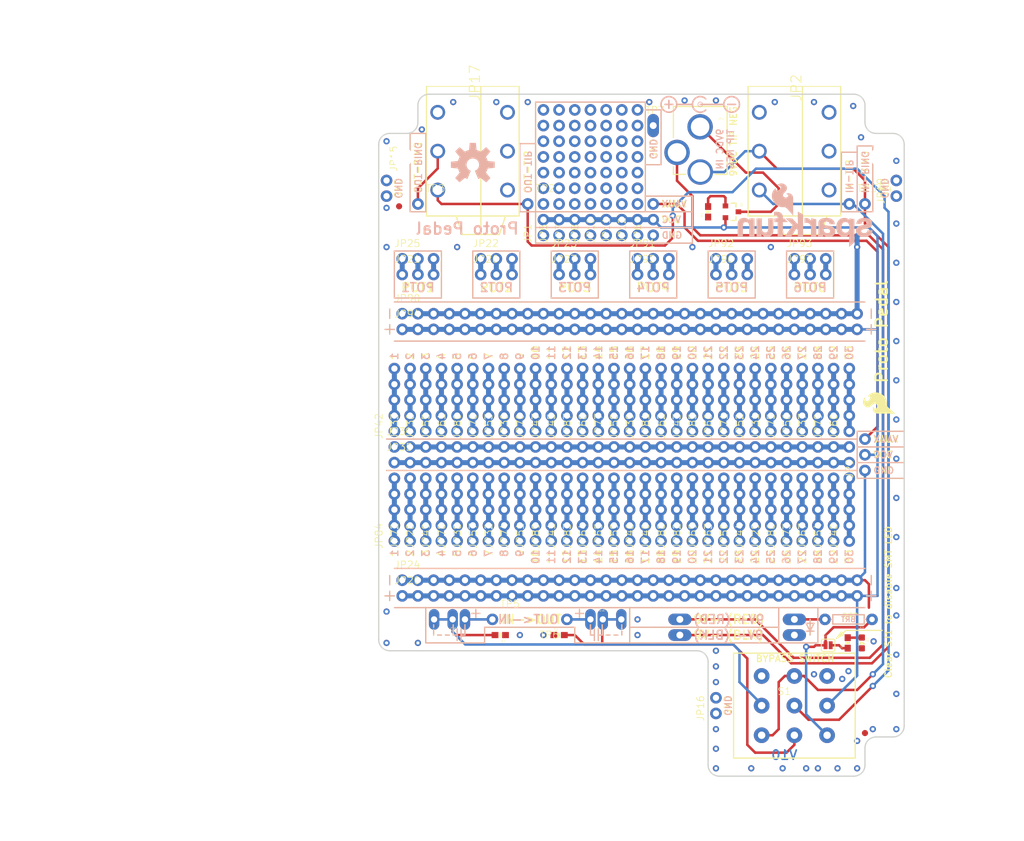
<source format=kicad_pcb>
(kicad_pcb (version 20211014) (generator pcbnew)
  (layers (0 "F.Cu" signal) (31 "B.Cu" signal) (34 "B.Paste" user) (35 "F.Paste" user) (36 "B.SilkS" user "B.Silkscreen") (37 "F.SilkS" user "F.Silkscreen") (38 "B.Mask" user) (39 "F.Mask" user) (44 "Edge.Cuts" user))
  (net 0 "")
  (net 1 "GND")
  (net 2 "VCC")
  (net 3 "LEDA")
  (net 4 "N$70")
  (net 5 "N$71")
  (net 6 "FX_IN")
  (net 7 "FX_OUT")
  (net 8 "N$5")
  (net 9 "N$7")
  (net 10 "N$8")
  (net 11 "N$9")
  (net 12 "N$10")
  (net 13 "N$11")
  (net 14 "N$12")
  (net 15 "N$13")
  (net 16 "N$14")
  (net 17 "N$16")
  (net 18 "N$17")
  (net 19 "N$18")
  (net 20 "N$19")
  (net 21 "N$20")
  (net 22 "N$21")
  (net 23 "N$22")
  (net 24 "N$23")
  (net 25 "N$24")
  (net 26 "N$26")
  (net 27 "N$27")
  (net 28 "N$28")
  (net 29 "N$29")
  (net 30 "N$30")
  (net 31 "N$31")
  (net 32 "N$32")
  (net 33 "N$33")
  (net 34 "N$34")
  (net 35 "N$36")
  (net 36 "N$37")
  (net 37 "N$38")
  (net 38 "N$39")
  (net 39 "N$40")
  (net 40 "N$41")
  (net 41 "N$42")
  (net 42 "N$43")
  (net 43 "N$44")
  (net 44 "N$46")
  (net 45 "N$47")
  (net 46 "N$48")
  (net 47 "N$49")
  (net 48 "N$50")
  (net 49 "N$51")
  (net 50 "N$52")
  (net 51 "N$53")
  (net 52 "N$54")
  (net 53 "N$56")
  (net 54 "N$57")
  (net 55 "N$58")
  (net 56 "N$59")
  (net 57 "N$60")
  (net 58 "N$61")
  (net 59 "N$62")
  (net 60 "N$63")
  (net 61 "N$64")
  (net 62 "VBATT")
  (net 63 "N$75")
  (net 64 "N$89")
  (net 65 "N$90")
  (net 66 "N$77")
  (net 67 "N$79")
  (net 68 "N$81")
  (net 69 "N$83")
  (net 70 "N$85")
  (net 71 "N$87")
  (net 72 "N$91")
  (net 73 "N$93")
  (net 74 "N$94")
  (net 75 "N$95")
  (net 76 "N$96")
  (net 77 "N$97")
  (net 78 "N$98")
  (net 79 "N$99")
  (net 80 "N$100")
  (net 81 "N$101")
  (net 82 "N$102")
  (net 83 "N$103")
  (net 84 "N$2")
  (net 85 "N$15")
  (net 86 "N$6")
  (net 87 "N$4")
  (net 88 "N$3")
  (net 89 "N$1")
  (net 90 "N$25")
  (net 91 "N$35")
  (net 92 "VAUX")
  (net 93 "N$45")
  (net 94 "N$55")
  (net 95 "N$65")
  (net 96 "N$66")
  (net 97 "N$67")
  (net 98 "N$68")
  (footprint "boardEagle:1X05_NO_SILK" (layer "F.Cu") (at 156.7561 122.1486 90)
    (fp_text reference "JP82")
    (fp_text value "1x5")
  )
  (footprint "boardEagle:0603-RES" (layer "F.Cu") (at 181.9021 138.6586 90)
    (fp_text reference "R5")
    (fp_text value "1K")
  )
  (footprint "boardEagle:1X05_NO_SILK" (layer "F.Cu") (at 118.6561 104.3686 90)
    (fp_text reference "JP61")
    (fp_text value "1x5")
  )
  (footprint "boardEagle:1X03_NO_SILK" (layer "F.Cu") (at 109.7661 76.4286)
    (fp_text reference "JP25")
    (fp_text value "1x3")
  )
  (footprint "boardEagle:0603-RES" (layer "F.Cu") (at 135.1661 137.3886)
    (fp_text reference "R3")
    (fp_text value "1M")
  )
  (footprint "boardEagle:1X05_NO_SILK" (layer "F.Cu") (at 141.5161 122.1486 90)
    (fp_text reference "JP64")
    (fp_text value "1x5")
  )
  (footprint "boardEagle:1X05_NO_SILK" (layer "F.Cu") (at 177.0761 122.1486 90)
    (fp_text reference "JP67")
    (fp_text value "1x5")
  )
  (footprint "boardEagle:1X05_NO_SILK" (layer "F.Cu") (at 108.4961 122.1486 90)
    (fp_text reference "JP84")
    (fp_text value "1x5")
  )
  (footprint "boardEagle:1X05_NO_SILK" (layer "F.Cu") (at 123.7361 104.3686 90)
    (fp_text reference "JP76")
    (fp_text value "1x5")
  )
  (footprint "boardEagle:1X05_NO_SILK" (layer "F.Cu") (at 166.9161 104.3686 90)
    (fp_text reference "JP52")
    (fp_text value "1x5")
  )
  (footprint "boardEagle:1X02_NO_SILK" (layer "F.Cu") (at 160.5661 150.0886 90)
    (fp_text reference "JP16")
    (fp_text value "1x2")
  )
  (footprint "boardEagle:1X05_NO_SILK" (layer "F.Cu") (at 169.4561 122.1486 90)
    (fp_text reference "JP29")
    (fp_text value "1x5")
  )
  (footprint "boardEagle:1X02_NO_SILK" (layer "F.Cu") (at 189.7761 66.2686 90)
    (fp_text reference "JP19")
    (fp_text value "1x2")
  )
  (footprint "boardEagle:1X30_NO_SILK" (layer "F.Cu") (at 108.4961 109.4486)
    (fp_text reference "JP35")
    (fp_text value "1x30")
  )
  (footprint "boardEagle:1X03_NO_SILK" (layer "F.Cu") (at 135.1661 78.9686)
    (fp_text reference "JP27")
    (fp_text value "1x3")
  )
  (footprint "boardEagle:1X03_NO_SILK" (layer "F.Cu") (at 147.8661 78.9686)
    (fp_text reference "JP95")
    (fp_text value "1x3")
  )
  (footprint "boardEagle:1X05_NO_SILK" (layer "F.Cu") (at 136.4361 104.3686 90)
    (fp_text reference "JP45")
    (fp_text value "1x5")
  )
  (footprint "boardEagle:1X01_NO_SILK" (layer "F.Cu") (at 182.1561 67.5386)
    (fp_text reference "TP1")
    (fp_text value "Raw In")
  )
  (footprint "boardEagle:1X05_NO_SILK" (layer "F.Cu") (at 151.6761 104.3686 90)
    (fp_text reference "JP81")
    (fp_text value "1x5")
  )
  (footprint "boardEagle:1X05_NO_SILK" (layer "F.Cu") (at 164.3761 104.3686 90)
    (fp_text reference "JP71")
    (fp_text value "1x5")
  )
  (footprint "boardEagle:1X05_NO_SILK" (layer "F.Cu") (at 116.1161 122.1486 90)
    (fp_text reference "JP49")
    (fp_text value "1x5")
  )
  (footprint "boardEagle:1X05_NO_SILK" (layer "F.Cu") (at 126.2761 104.3686 90)
    (fp_text reference "JP53")
    (fp_text value "1x5")
  )
  (footprint "boardEagle:1X05_NO_SILK" (layer "F.Cu") (at 133.8961 104.3686 90)
    (fp_text reference "JP47")
    (fp_text value "1x5")
  )
  (footprint "boardEagle:1X05_NO_SILK" (layer "F.Cu") (at 161.8361 104.3686 90)
    (fp_text reference "JP66")
    (fp_text value "1x5")
  )
  (footprint "boardEagle:1X09_NO_SILK" (layer "F.Cu") (at 132.6261 72.6186 90)
    (fp_text reference "JP1")
    (fp_text value "1x9")
  )
  (footprint "boardEagle:1X05_NO_SILK" (layer "F.Cu") (at 149.1361 122.1486 90)
    (fp_text reference "JP46")
    (fp_text value "1x5")
  )
  (footprint "boardEagle:1X05_NO_SILK" (layer "F.Cu") (at 146.5961 104.3686 90)
    (fp_text reference "JP58")
    (fp_text value "1x5")
  )
  (footprint "boardEagle:1X03_NO_SILK" (layer "F.Cu") (at 160.5661 76.4286)
    (fp_text reference "JP92")
    (fp_text value "1x3")
  )
  (footprint "boardEagle:1X05_NO_SILK" (layer "F.Cu") (at 164.3761 122.1486 90)
    (fp_text reference "JP50")
    (fp_text value "1x5")
  )
  (footprint "boardEagle:STAND-OFF" (layer "F.Cu") (at 187.2361 59.9186)
    (fp_text reference "STANDOFF3" hide)
    (fp_text value "STAND-OFF" hide)
  )
  (footprint "boardEagle:1X05_NO_SILK" (layer "F.Cu") (at 138.9761 104.3686 90)
    (fp_text reference "JP87")
    (fp_text value "1x5")
  )
  (footprint "boardEagle:1X05_NO_SILK" (layer "F.Cu") (at 111.0361 104.3686 90)
    (fp_text reference "JP33")
    (fp_text value "1x5")
  )
  (footprint "boardEagle:1X09_NO_SILK" (layer "F.Cu") (at 135.1661 72.6186 90)
    (fp_text reference "JP5")
    (fp_text value "1x9")
  )
  (footprint "boardEagle:1X01_NO_SILK" (layer "F.Cu") (at 184.6961 67.5386)
    (fp_text reference "TP4")
    (fp_text value "In Ring")
  )
  (footprint "boardEagle:1X01_NO_SILK" (layer "F.Cu") (at 136.4361 134.8486 180)
    (fp_text reference "TP6")
    (fp_text value "FX Output")
  )
  (footprint "boardEagle:1X05_NO_SILK" (layer "F.Cu") (at 136.4361 122.1486 90)
    (fp_text reference "JP41")
    (fp_text value "1x5")
  )
  (footprint "boardEagle:1X02_LONGPADS" (layer "F.Cu") (at 173.2661 134.8486 -90)
    (fp_text reference "JP14" hide)
    (fp_text value "PTH-LED" hide)
  )
  (footprint "boardEagle:1X03_NO_SILK" (layer "F.Cu") (at 147.8661 76.4286)
    (fp_text reference "JP91")
    (fp_text value "1x3")
  )
  (footprint "boardEagle:1X03_NO_SILK" (layer "F.Cu") (at 150.4061 72.6186 90)
    (fp_text reference "JP6")
    (fp_text value "1x3")
  )
  (footprint "boardEagle:1X09_NO_SILK" (layer "F.Cu") (at 137.7061 72.6186 90)
    (fp_text reference "JP7")
    (fp_text value "1x9")
  )
  (footprint "boardEagle:1X05_NO_SILK" (layer "F.Cu") (at 156.7561 104.3686 90)
    (fp_text reference "JP43")
    (fp_text value "1x5")
  )
  (footprint "boardEagle:DUAL-CAP" (layer "F.Cu") (at 140.2461 134.8486)
    (fp_text reference "C2")
    (fp_text value "C out")
  )
  (footprint "boardEagle:1X05_NO_SILK" (layer "F.Cu") (at 131.3561 122.1486 90)
    (fp_text reference "JP51")
    (fp_text value "1x5")
  )
  (footprint "boardEagle:1X05_NO_SILK" (layer "F.Cu") (at 151.6761 122.1486 90)
    (fp_text reference "JP40")
    (fp_text value "1x5")
  )
  (footprint "boardEagle:1X05_NO_SILK" (layer "F.Cu") (at 128.8161 104.3686 90)
    (fp_text reference "JP30")
    (fp_text value "1x5")
  )
  (footprint "boardEagle:1X05_NO_SILK" (layer "F.Cu") (at 154.2161 104.3686 90)
    (fp_text reference "JP62")
    (fp_text value "1x5")
  )
  (footprint "boardEagle:1X03_NO_SILK" (layer "F.Cu") (at 109.7661 78.9686)
    (fp_text reference "JP21")
    (fp_text value "1x3")
  )
  (footprint "boardEagle:1X03_NO_SILK" (layer "F.Cu") (at 173.2661 78.9686)
    (fp_text reference "JP97")
    (fp_text value "1x3")
  )
  (footprint "boardEagle:1X05_NO_SILK" (layer "F.Cu") (at 154.2161 122.1486 90)
    (fp_text reference "JP88")
    (fp_text value "1x5")
  )
  (footprint "boardEagle:1X05_NO_SILK" (layer "F.Cu") (at 144.0561 122.1486 90)
    (fp_text reference "JP65")
    (fp_text value "1x5")
  )
  (footprint "boardEagle:STAND-OFF" (layer "F.Cu") (at 109.7661 59.9186)
    (fp_text reference "STANDOFF4" hide)
    (fp_text value "STAND-OFF" hide)
  )
  (footprint "boardEagle:STOMP-SWITCH-3PDT" (layer "F.Cu") (at 173.2661 148.8186)
    (fp_text reference "S1")
    (fp_text value "SWITCH-3PDT")
  )
  (footprint "boardEagle:1X05_NO_SILK" (layer "F.Cu") (at 111.0361 122.1486 90)
    (fp_text reference "JP72")
    (fp_text value "1x5")
  )
  (footprint "boardEagle:1X05_NO_SILK" (layer "F.Cu") (at 144.0561 104.3686 90)
    (fp_text reference "JP77")
    (fp_text value "1x5")
  )
  (footprint "boardEagle:1X30_NO_SILK" (layer "F.Cu") (at 109.7661 131.0386)
    (fp_text reference "JP20")
    (fp_text value "1x30")
  )
  (footprint "boardEagle:1X09_NO_SILK" (layer "F.Cu") (at 140.2461 72.6186 90)
    (fp_text reference "JP8")
    (fp_text value "1x9")
  )
  (footprint "boardEagle:AUDIO-JACK-.25-INCH-HORIZ-PTH" (layer "F.Cu") (at 174.5361 48.4886 -90)
    (fp_text reference "JP2")
    (fp_text value "INPUT JACK")
  )
  (footprint "boardEagle:1X05_NO_SILK" (layer "F.Cu") (at 118.6561 122.1486 90)
    (fp_text reference "JP78")
    (fp_text value "1x5")
  )
  (footprint "boardEagle:DUAL-CAP" (layer "F.Cu") (at 119.9261 134.8486 180)
    (fp_text reference "C1")
    (fp_text value "C in")
  )
  (footprint "boardEagle:1X01_NO_SILK" (layer "F.Cu") (at 130.0861 67.5386)
    (fp_text reference "TP2")
    (fp_text value "Raw Out")
  )
  (footprint "boardEagle:1X05_NO_SILK" (layer "F.Cu") (at 182.1561 122.1486 90)
    (fp_text reference "JP48")
    (fp_text value "1x5")
  )
  (footprint "boardEagle:1X30_NO_SILK" (layer "F.Cu") (at 109.7661 87.8586)
    (fp_text reference "JP94")
    (fp_text value "1x30")
  )
  (footprint "boardEagle:1X03_NO_SILK" (layer "F.Cu") (at 160.5661 78.9686)
    (fp_text reference "JP96")
    (fp_text value "1x3")
  )
  (footprint "boardEagle:AUDIO-JACK-.25-INCH-HORIZ-PTH" (layer "F.Cu") (at 122.4661 48.4886 -90)
    (fp_text reference "JP17")
    (fp_text value "OUTPUT JACK")
  )
  (footprint "boardEagle:STAND-OFF" (layer "F.Cu") (at 109.7661 136.1186)
    (fp_text reference "STANDOFF2" hide)
    (fp_text value "STAND-OFF" hide)
  )
  (footprint "boardEagle:1X03_NO_SILK" (layer "F.Cu") (at 122.4661 78.9686)
    (fp_text reference "JP26")
    (fp_text value "1x3")
  )
  (footprint "boardEagle:1X30_NO_SILK" (layer "F.Cu") (at 109.7661 85.3186)
    (fp_text reference "JP90")
    (fp_text value "1x30")
  )
  (footprint "boardEagle:1X05_NO_SILK" (layer "F.Cu") (at 171.9961 104.3686 90)
    (fp_text reference "JP75")
    (fp_text value "1x5")
  )
  (footprint "boardEagle:1X05_NO_SILK" (layer "F.Cu") (at 182.1561 104.3686 90)
    (fp_text reference "JP60")
    (fp_text value "1x5")
  )
  (footprint "boardEagle:1X03_NO_SILK" (layer "F.Cu") (at 173.2661 76.4286)
    (fp_text reference "JP93")
    (fp_text value "1x3")
  )
  (footprint "boardEagle:PAD-JUMPER-2-NC_BY_PASTE_YES_SILK_FULL_BOX" (layer "F.Cu") (at 178.7271 139.0396)
    (fp_text reference "SJ1")
    (fp_text value "disable LED")
  )
  (footprint "boardEagle:1X05_NO_SILK" (layer "F.Cu") (at 177.0761 104.3686 90)
    (fp_text reference "JP37")
    (fp_text value "1x5")
  )
  (footprint "boardEagle:AXIAL-0.3" (layer "F.Cu") (at 182.0291 134.8486 180)
    (fp_text reference "R4")
    (fp_text value "BRT")
  )
  (footprint "boardEagle:SOT23-3" (layer "F.Cu") (at 163.1061 68.8086 -90)
    (fp_text reference "Q1")
    (fp_text value "2.5A/30V")
  )
  (footprint "boardEagle:1X05_NO_SILK" (layer "F.Cu") (at 174.5361 122.1486 90)
    (fp_text reference "JP73")
    (fp_text value "1x5")
  )
  (footprint "boardEagle:1X02_NO_SILK" (layer "F.Cu") (at 107.2261 63.7286 -90)
    (fp_text reference "JP15")
    (fp_text value "1x2")
  )
  (footprint "boardEagle:1X05_NO_SILK" (layer "F.Cu") (at 166.9161 122.1486 90)
    (fp_text reference "JP44")
    (fp_text value "1x5")
  )
  (footprint "boardEagle:1X30_NO_SILK" (layer "F.Cu") (at 109.7661 128.4986)
    (fp_text reference "JP24")
    (fp_text value "1x30")
  )
  (footprint "boardEagle:FIDUCIAL-1X2" (layer "F.Cu") (at 109.2581 67.9196)
    (fp_text reference "FID2" hide)
    (fp_text value "FIDUCIAL1X2" hide)
  )
  (footprint "boardEagle:1X05_NO_SILK" (layer "F.Cu") (at 116.1161 104.3686 90)
    (fp_text reference "JP55")
    (fp_text value "1x5")
  )
  (footprint "boardEagle:CREATIVE_COMMONS" (layer "F.Cu") (at 127.5461 170.4086)
    (fp_text reference "FRAME1" hide)
    (fp_text value "FRAME-LETTER" hide)
  )
  (footprint "boardEagle:1X05_NO_SILK" (layer "F.Cu") (at 159.2961 104.3686 90)
    (fp_text reference "JP85")
    (fp_text value "1x5")
  )
  (footprint "" (layer "F.Cu") (at 150.4061 137.3886)
    (fp_text reference "@HOLE0" hide)
    (fp_text value "")
  )
  (footprint "boardEagle:1X01_LONGPAD" (layer "F.Cu") (at 150.4061 54.8386)
    (fp_text reference "TP7")
    (fp_text value "Out Ring")
  )
  (footprint "boardEagle:0603-RES" (layer "F.Cu") (at 159.2961 68.8086 90)
    (fp_text reference "R1")
    (fp_text value "1M")
  )
  (footprint "boardEagle:LED-0603" (layer "F.Cu") (at 184.1881 138.6586 180)
    (fp_text reference "D1")
    (fp_text value "RED")
  )
  (footprint "boardEagle:1X05_NO_SILK" (layer "F.Cu") (at 171.9961 122.1486 90)
    (fp_text reference "JP86")
    (fp_text value "1x5")
  )
  (footprint "boardEagle:1X09_NO_SILK" (layer "F.Cu") (at 145.3261 72.6186 90)
    (fp_text reference "JP11")
    (fp_text value "1x9")
  )
  (footprint "boardEagle:1X05_NO_SILK" (layer "F.Cu") (at 108.4961 104.3686 90)
    (fp_text reference "JP42")
    (fp_text value "1x5")
  )
  (footprint "boardEagle:1X05_NO_SILK" (layer "F.Cu") (at 161.8361 122.1486 90)
    (fp_text reference "JP63")
    (fp_text value "1x5")
  )
  (footprint "boardEagle:1X09_NO_SILK" (layer "F.Cu") (at 142.7861 72.6186 90)
    (fp_text reference "JP10")
    (fp_text value "1x9")
  )
  (footprint "boardEagle:1X05_NO_SILK" (layer "F.Cu") (at 113.5761 104.3686 90)
    (fp_text reference "JP36")
    (fp_text value "1x5")
  )
  (footprint "boardEagle:1X05_NO_SILK" (layer "F.Cu") (at 121.1961 104.3686 90)
    (fp_text reference "JP80")
    (fp_text value "1x5")
  )
  (footprint "boardEagle:1X01_NO_SILK" (layer "F.Cu") (at 112.3061 67.5386)
    (fp_text reference "TP3")
    (fp_text value "Out Ring")
  )
  (footprint "boardEagle:1X30_NO_SILK" (layer "F.Cu") (at 108.4961 106.9086)
    (fp_text reference "JP34")
    (fp_text value "1x30")
  )
  (footprint "boardEagle:FIDUCIAL-1X2" (layer "F.Cu") (at 184.6961 153.2636)
    (fp_text reference "FID1" hide)
    (fp_text value "FIDUCIAL1X2" hide)
  )
  (footprint "boardEagle:1X02_LONGPADS" (layer "F.Cu") (at 154.7241 134.8486 -90)
    (fp_text reference "JP3" hide)
    (fp_text value "9VBattery" hide)
  )
  (footprint "boardEagle:1X03_NO_SILK" (layer "F.Cu") (at 184.6961 110.7186 90)
    (fp_text reference "JP9")
    (fp_text value "1x3")
  )
  (footprint "" (layer "F.Cu") (at 150.4061 134.8486)
    (fp_text reference "@HOLE1" hide)
    (fp_text value "")
  )
  (footprint "boardEagle:1X03_NO_SILK" (layer "F.Cu") (at 135.1661 76.4286)
    (fp_text reference "JP23")
    (fp_text value "1x3")
  )
  (footprint "boardEagle:1X05_NO_SILK" (layer "F.Cu") (at 126.2761 122.1486 90)
    (fp_text reference "JP32")
    (fp_text value "1x5")
  )
  (footprint "boardEagle:STAND-OFF" (layer "F.Cu") (at 187.2361 150.0886)
    (fp_text reference "STANDOFF1" hide)
    (fp_text value "STAND-OFF" hide)
  )
  (footprint "boardEagle:1X01_NO_SILK" (layer "F.Cu") (at 124.3711 134.8486)
    (fp_text reference "TP5")
    (fp_text value "FX Input")
  )
  (footprint "boardEagle:1X05_NO_SILK" (layer "F.Cu") (at 146.5961 122.1486 90)
    (fp_text reference "JP59")
    (fp_text value "1x5")
  )
  (footprint "boardEagle:1X05_NO_SILK" (layer "F.Cu") (at 174.5361 104.3686 90)
    (fp_text reference "JP56")
    (fp_text value "1x5")
  )
  (footprint "boardEagle:1X05_NO_SILK" (layer "F.Cu") (at 179.6161 122.1486 90)
    (fp_text reference "JP54")
    (fp_text value "1x5")
  )
  (footprint "boardEagle:1X05_NO_SILK" (layer "F.Cu") (at 128.8161 122.1486 90)
    (fp_text reference "JP74")
    (fp_text value "1x5")
  )
  (footprint "boardEagle:1X05_NO_SILK" (layer "F.Cu") (at 138.9761 122.1486 90)
    (fp_text reference "JP83")
    (fp_text value "1x5")
  )
  (footprint "boardEagle:1X03_NO_SILK" (layer "F.Cu") (at 122.4661 76.4286)
    (fp_text reference "JP22")
    (fp_text value "1x3")
  )
  (footprint "boardEagle:POWER-BARRELJACK-PTH-LOCK-FIXED" (layer "F.Cu") (at 158.0261 48.4886 180)
    (fp_text reference "JP4")
    (fp_text value "POWER_JACK_TIP_NEGATIVE")
  )
  (footprint "boardEagle:1X05_NO_SILK" (layer "F.Cu") (at 123.7361 122.1486 90)
    (fp_text reference "JP57")
    (fp_text value "1x5")
  )
  (footprint "boardEagle:1X05_NO_SILK" (layer "F.Cu") (at 179.6161 104.3686 90)
    (fp_text reference "JP79")
    (fp_text value "1x5")
  )
  (footprint "boardEagle:1X05_NO_SILK" (layer "F.Cu") (at 141.5161 104.3686 90)
    (fp_text reference "JP68")
    (fp_text value "1x5")
  )
  (footprint "boardEagle:1X05_NO_SILK" (layer "F.Cu") (at 159.2961 122.1486 90)
    (fp_text reference "JP69")
    (fp_text value "1x5")
  )
  (footprint "boardEagle:1X05_NO_SILK" (layer "F.Cu") (at 121.1961 122.1486 90)
    (fp_text reference "JP38")
    (fp_text value "1x5")
  )
  (footprint "boardEagle:1X05_NO_SILK" (layer "F.Cu") (at 169.4561 104.3686 90)
    (fp_text reference "JP31")
    (fp_text value "1x5")
  )
  (footprint "boardEagle:1X09_NO_SILK" (layer "F.Cu") (at 147.8661 72.6186 90)
    (fp_text reference "JP12")
    (fp_text value "1x9")
  )
  (footprint "boardEagle:1X05_NO_SILK" (layer "F.Cu") (at 133.8961 122.1486 90)
    (fp_text reference "JP89")
    (fp_text value "v")
  )
  (footprint "boardEagle:1X05_NO_SILK" (layer "F.Cu") (at 113.5761 122.1486 90)
    (fp_text reference "JP28")
    (fp_text value "1x5")
  )
  (footprint "boardEagle:1X05_NO_SILK" (layer "F.Cu") (at 131.3561 104.3686 90)
    (fp_text reference "JP70")
    (fp_text value "1x5")
  )
  (footprint "boardEagle:1X05_NO_SILK" (layer "F.Cu") (at 149.1361 104.3686 90)
    (fp_text reference "JP39")
    (fp_text value "1x5")
  )
  (footprint "boardEagle:0603-RES" (layer "F.Cu") (at 125.6411 137.3886 180)
    (fp_text reference "R2")
    (fp_text value "1M")
  )
  (footprint "boardEagle:SFE_LOGO_FLAME_.2" (layer "F.Cu") (at 189.7761 101.8286 90)
    (fp_text reference "LOGO3" hide)
    (fp_text value "SFE_LOGO_FLAME.2_INCH" hide)
  )
  (footprint "boardEagle:OSHW-LOGO-L" (layer "B.Cu") (at 121.1961 61.1886 180)
    (fp_text reference "LOGO2" hide)
    (fp_text value "OSHW-LOGOL" hide)
  )
  (footprint "boardEagle:SFE_LOGO_NAME_FLAME_.2" (layer "B.Cu") (at 186.6011 74.5236 180)
    (fp_text reference "LOGO1" hide)
    (fp_text value "SFE_LOGO_NAME_FLAME.2_INCH" hide)
  )
  (footprint "boardEagle:CREATIVE_COMMONS" (layer "B.Cu") (at 127.5461 170.4086 180)
    (fp_text reference "FRAME2" hide)
    (fp_text value "FRAME-LETTER" hide)
  )
  (gr_line (start 154.2161 75.1586) (end 146.5961 75.1586) (layer "B.SilkS") (width 0.2032))
  (gr_line (start 131.3561 71.3486) (end 131.3561 73.8886) (layer "B.SilkS") (width 0.2032))
  (gr_line (start 152.9461 50.7746) (end 152.9461 52.0446) (layer "B.SilkS") (width 0.254))
  (gr_line (start 183.4261 68.8086) (end 183.4261 59.1566) (layer "B.SilkS") (width 0.2032))
  (gr_line (start 183.4261 106.9086) (end 191.0461 106.9086) (layer "B.SilkS") (width 0.2032))
  (gr_line (start 171.9961 75.1586) (end 179.6161 75.1586) (layer "B.SilkS") (width 0.2032))
  (gr_line (start 118.6561 137.3886) (end 118.6561 138.2776) (layer "B.SilkS") (width 0.2032))
  (gr_line (start 151.6761 61.1886) (end 151.6761 52.2986) (layer "B.SilkS") (width 0.2032))
  (gr_line (start 141.5161 137.3886) (end 142.1511 137.3886) (layer "B.SilkS") (width 0.2032))
  (gr_line (start 116.1161 75.1586) (end 108.4961 75.1586) (layer "B.SilkS") (width 0.2032))
  (gr_line (start 185.7121 84.5566) (end 185.7121 86.0806) (layer "B.SilkS") (width 0.2032))
  (gr_line (start 131.3561 68.8086) (end 131.3561 57.7596) (layer "B.SilkS") (width 0.2032))
  (gr_line (start 154.2161 82.7786) (end 146.5961 82.7786) (layer "B.SilkS") (width 0.2032))
  (gr_line (start 107.7341 130.2766) (end 107.7341 131.8006) (layer "B.SilkS") (width 0.2032))
  (gr_line (start 170.7261 132.9436) (end 170.7261 136.1186) (layer "B.SilkS") (width 0.2032))
  (gr_line (start 180.8861 59.1566) (end 183.4261 59.1566) (layer "B.SilkS") (width 0.2032))
  (gr_line (start 131.3561 68.8086) (end 131.3561 71.3486) (layer "B.SilkS") (width 0.2032))
  (gr_line (start 128.8161 68.8086) (end 128.8161 57.7596) (layer "B.SilkS") (width 0.2032))
  (gr_line (start 149.1361 52.2986) (end 149.1361 51.0286) (layer "B.SilkS") (width 0.2032))
  (gr_line (start 175.8061 134.8486) (end 175.8061 136.7536) (layer "B.SilkS") (width 0.2032))
  (gr_line (start 107.7341 84.5566) (end 107.7341 86.0806) (layer "B.SilkS") (width 0.2032))
  (gr_line (start 183.4261 105.6386) (end 183.4261 104.3686) (layer "B.SilkS") (width 0.2032))
  (gr_line (start 141.5161 75.1586) (end 133.8961 75.1586) (layer "B.SilkS") (width 0.2032))
  (gr_line (start 141.5161 82.7786) (end 141.5161 75.1586) (layer "B.SilkS") (width 0.2032))
  (gr_line (start 111.0361 68.8086) (end 113.5761 68.8086) (layer "B.SilkS") (width 0.2032))
  (gr_line (start 119.9261 135.7376) (end 119.9261 137.3886) (layer "B.SilkS") (width 0.2032))
  (gr_line (start 118.6561 137.3886) (end 118.0211 137.3886) (layer "B.SilkS") (width 0.2032))
  (gr_line (start 184.8231 134.8486) (end 184.5691 134.8486) (layer "B.SilkS") (width 0.2032))
  (gr_line (start 113.5761 132.9436) (end 113.5761 138.6586) (layer "B.SilkS") (width 0.2032))
  (gr_line (start 108.4961 89.7636) (end 184.6961 89.7636) (layer "B.SilkS") (width 0.2032))
  (gr_line (start 149.1361 51.0286) (end 131.3561 51.0286) (layer "B.SilkS") (width 0.2032))
  (gr_line (start 123.1011 136.1186) (end 123.1011 138.6586) (layer "B.SilkS") (width 0.2032))
  (gr_line (start 183.4261 110.7186) (end 183.4261 109.4486) (layer "B.SilkS") (width 0.2032))
  (gr_line (start 183.4261 109.4486) (end 183.4261 106.9086) (layer "B.SilkS") (width 0.2032))
  (gr_line (start 156.7561 71.3486) (end 156.7561 73.8886) (layer "B.SilkS") (width 0.2032))
  (gr_line (start 140.2461 137.3886) (end 140.8811 137.3886) (layer "B.SilkS") (width 0.2032))
  (gr_arc (start 156.7561 51.4096) (mid 157.128074 50.511574) (end 158.0261 50.1396) (layer "B.SilkS") (width 0.254))
  (gr_line (start 154.2161 82.7786) (end 154.2161 75.1586) (layer "B.SilkS") (width 0.2032))
  (gr_line (start 133.8961 82.7786) (end 133.8961 75.1586) (layer "B.SilkS") (width 0.2032))
  (gr_line (start 156.7561 68.8086) (end 149.1361 68.8086) (layer "B.SilkS") (width 0.2032))
  (gr_line (start 107.2261 110.7186) (end 183.4261 110.7186) (layer "B.SilkS") (width 0.2032))
  (gr_line (start 145.3261 135.7376) (end 145.3261 136.3726) (layer "B.SilkS") (width 0.2032))
  (gr_line (start 140.8811 136.3726) (end 140.8811 137.3886) (layer "B.SilkS") (width 0.2032))
  (gr_line (start 156.7561 66.2686) (end 149.1361 66.2686) (layer "B.SilkS") (width 0.2032))
  (gr_line (start 118.6561 136.3726) (end 118.6561 137.3886) (layer "B.SilkS") (width 0.2032))
  (gr_line (start 151.6761 52.2986) (end 149.1361 52.2986) (layer "B.SilkS") (width 0.2032))
  (gr_circle (center 152.9461 51.4096) (end 154.2161 51.4096) (layer "B.SilkS") (width 0.254) (fill none))
  (gr_line (start 141.5161 136.3726) (end 141.5161 137.3886) (layer "B.SilkS") (width 0.2032))
  (gr_line (start 107.7341 87.0966) (end 107.7341 88.6206) (layer "B.SilkS") (width 0.2032))
  (gr_line (start 117.3861 137.3886) (end 116.7511 137.3886) (layer "B.SilkS") (width 0.2032))
  (gr_line (start 175.8061 136.7536) (end 175.1711 135.4836) (layer "B.SilkS") (width 0.2032))
  (gr_line (start 146.5961 136.1186) (end 170.7261 136.1186) (layer "B.SilkS") (width 0.2032))
  (gr_line (start 141.5161 82.7786) (end 133.8961 82.7786) (layer "B.SilkS") (width 0.2032))
  (gr_line (start 166.9161 75.1586) (end 159.2961 75.1586) (layer "B.SilkS") (width 0.2032))
  (gr_line (start 113.5761 132.9436) (end 146.5961 132.9436) (layer "B.SilkS") (width 0.2032))
  (gr_line (start 146.5961 138.6586) (end 137.7061 138.6586) (layer "B.SilkS") (width 0.2032))
  (gr_line (start 137.7061 136.1186) (end 123.1011 136.1186) (layer "B.SilkS") (width 0.2032))
  (gr_line (start 119.2911 136.3726) (end 119.2911 137.3886) (layer "B.SilkS") (width 0.2032))
  (gr_line (start 184.5691 135.6106) (end 179.4891 135.6106) (layer "B.SilkS") (width 0.2032))
  (gr_line (start 146.5961 132.9436) (end 170.7261 132.9436) (layer "B.SilkS") (width 0.2032))
  (gr_line (start 166.9161 82.7786) (end 159.2961 82.7786) (layer "B.SilkS") (width 0.2032))
  (gr_line (start 119.2911 137.3886) (end 119.2911 138.2776) (layer "B.SilkS") (width 0.2032))
  (gr_line (start 121.1961 82.7786) (end 121.1961 75.1586) (layer "B.SilkS") (width 0.2032))
  (gr_line (start 180.8861 68.8086) (end 180.8861 59.1566) (layer "B.SilkS") (width 0.2032))
  (gr_line (start 145.3261 136.7536) (end 145.3261 137.3886) (layer "B.SilkS") (width 0.2032))
  (gr_line (start 175.8061 136.7536) (end 175.8061 137.3886) (layer "B.SilkS") (width 0.2032))
  (gr_line (start 183.4261 111.9886) (end 191.0461 111.9886) (layer "B.SilkS") (width 0.2032))
  (gr_line (start 108.4961 87.8586) (end 106.9721 87.8586) (layer "B.SilkS") (width 0.2032))
  (gr_line (start 184.5691 134.8486) (end 184.5691 135.6106) (layer "B.SilkS") (width 0.2032))
  (gr_line (start 108.4961 131.0386) (end 106.9721 131.0386) (layer "B.SilkS") (width 0.2032))
  (gr_line (start 108.4961 132.9436) (end 113.5761 132.9436) (layer "B.SilkS") (width 0.2032))
  (gr_line (start 170.7261 138.6586) (end 146.5961 138.6586) (layer "B.SilkS") (width 0.2032))
  (gr_line (start 177.0761 138.6586) (end 177.0761 133.0706) (layer "B.SilkS") (width 0.2032))
  (gr_line (start 149.1361 66.2686) (end 149.1361 61.1886) (layer "B.SilkS") (width 0.2032))
  (gr_line (start 108.4961 126.5936) (end 184.6961 126.5936) (layer "B.SilkS") (width 0.2032))
  (gr_line (start 116.1161 137.3886) (end 115.4811 137.3886) (layer "B.SilkS") (width 0.2032))
  (gr_line (start 141.5161 137.3886) (end 141.5161 138.2776) (layer "B.SilkS") (width 0.2032))
  (gr_line (start 156.7561 66.2686) (end 156.7561 68.8086) (layer "B.SilkS") (width 0.2032))
  (gr_line (start 140.8811 137.3886) (end 140.8811 138.2776) (layer "B.SilkS") (width 0.2032))
  (gr_line (start 151.6761 61.1886) (end 149.1361 61.1886) (layer "B.SilkS") (width 0.2032))
  (gr_line (start 175.1711 136.7536) (end 175.8061 136.7536) (layer "B.SilkS") (width 0.2032))
  (gr_line (start 175.1711 135.4836) (end 176.4411 135.4836) (layer "B.SilkS") (width 0.2032))
  (gr_line (start 158.0261 51.4096) (end 161.8361 51.4096) (layer "B.SilkS") (width 0.254))
  (gr_line (start 177.0761 138.6586) (end 170.7261 138.6586) (layer "B.SilkS") (width 0.2032))
  (gr_line (start 170.7261 132.9436) (end 184.6961 132.9436) (layer "B.SilkS") (width 0.2032))
  (gr_line (start 153.5811 51.4096) (end 152.3111 51.4096) (layer "B.SilkS") (width 0.254))
  (gr_line (start 111.0361 56.1086) (end 113.5761 56.1086) (layer "B.SilkS") (width 0.2032))
  (gr_line (start 146.5961 82.7786) (end 146.5961 75.1586) (layer "B.SilkS") (width 0.2032))
  (gr_line (start 183.4261 104.3686) (end 191.0461 104.3686) (layer "B.SilkS") (width 0.2032))
  (gr_line (start 146.5961 132.9436) (end 146.5961 136.1186) (layer "B.SilkS") (width 0.2032))
  (gr_line (start 114.8461 136.4996) (end 114.8461 137.3886) (layer "B.SilkS") (width 0.2032))
  (gr_line (start 156.7561 68.8086) (end 156.7561 71.3486) (layer "B.SilkS") (width 0.2032))
  (gr_line (start 183.4261 106.9086) (end 183.4261 105.6386) (layer "B.SilkS") (width 0.2032))
  (gr_line (start 140.2461 135.7376) (end 140.2461 137.3886) (layer "B.SilkS") (width 0.2032))
  (gr_arc (start 158.0261 50.1396) (mid 158.508493 50.241684) (end 158.9151 50.5206) (layer "B.SilkS") (width 0.254))
  (gr_line (start 183.4261 58.1406) (end 183.4261 59.1566) (layer "B.SilkS") (width 0.2032))
  (gr_line (start 128.8161 57.7596) (end 131.3561 57.7596) (layer "B.SilkS") (width 0.2032))
  (gr_line (start 107.7341 127.7366) (end 107.7341 129.2606) (layer "B.SilkS") (width 0.2032))
  (gr_line (start 128.8161 75.1586) (end 121.1961 75.1586) (layer "B.SilkS") (width 0.2032))
  (gr_line (start 121.0381 133.8866) (end 122.3461 133.8866) (layer "B.SilkS") (width 0.2032))
  (gr_line (start 128.8161 82.7786) (end 121.1961 82.7786) (layer "B.SilkS") (width 0.2032))
  (gr_line (start 171.9961 82.7786) (end 179.6161 82.7786) (layer "B.SilkS") (width 0.2032))
  (gr_line (start 116.1161 82.7786) (end 108.4961 82.7786) (layer "B.SilkS") (width 0.2032))
  (gr_line (start 149.1361 61.1886) (end 149.1361 52.2986) (layer "B.SilkS") (width 0.2032))
  (gr_line (start 131.3561 51.0286) (end 131.3561 57.7596) (layer "B.SilkS") (width 0.2032))
  (gr_line (start 185.9661 68.8086) (end 185.9661 58.1406) (layer "B.SilkS") (width 0.2032))
  (gr_line (start 179.4891 134.8486) (end 179.4891 134.0866) (layer "B.SilkS") (width 0.2032))
  (gr_line (start 149.1361 66.2686) (end 149.1361 68.8086) (layer "B.SilkS") (width 0.2032))
  (gr_line (start 185.7121 130.2766) (end 185.7121 131.8006) (layer "B.SilkS") (width 0.2032))
  (gr_line (start 185.9661 68.8086) (end 183.4261 68.8086) (layer "B.SilkS") (width 0.2032))
  (gr_line (start 186.4741 87.8586) (end 184.9501 87.8586) (layer "B.SilkS") (width 0.2032))
  (gr_line (start 175.8061 136.7536) (end 176.4411 136.7536) (layer "B.SilkS") (width 0.2032))
  (gr_line (start 180.8861 68.8086) (end 183.4261 68.8086) (layer "B.SilkS") (width 0.2032))
  (gr_line (start 128.8161 68.8086) (end 131.3561 68.8086) (layer "B.SilkS") (width 0.2032))
  (gr_line (start 146.5961 136.1186) (end 146.5961 138.6586) (layer "B.SilkS") (width 0.2032))
  (gr_line (start 113.5761 68.8086) (end 113.5761 56.1086) (layer "B.SilkS") (width 0.2032))
  (gr_line (start 179.4891 134.0866) (end 184.5691 134.0866) (layer "B.SilkS") (width 0.2032))
  (gr_line (start 119.9261 137.3886) (end 119.2911 137.3886) (layer "B.SilkS") (width 0.2032))
  (gr_arc (start 158.0261 52.6796) (mid 157.128074 52.307626) (end 156.7561 51.4096) (layer "B.SilkS") (width 0.254))
  (gr_line (start 137.8141 133.8866) (end 139.1221 133.8866) (layer "B.SilkS") (width 0.2032))
  (gr_line (start 137.7061 138.6586) (end 137.7061 136.1186) (layer "B.SilkS") (width 0.2032))
  (gr_line (start 121.6921 133.2326) (end 121.6921 134.5406) (layer "B.SilkS") (width 0.2032))
  (gr_line (start 142.7861 137.3886) (end 143.4211 137.3886) (layer "B.SilkS") (width 0.2032))
  (gr_line (start 163.7411 51.4096) (end 162.4711 51.4096) (layer "B.SilkS") (width 0.254))
  (gr_line (start 142.1511 135.7376) (end 142.1511 137.3886) (layer "B.SilkS") (width 0.2032))
  (gr_line (start 184.5691 134.0866) (end 184.5691 134.8486) (layer "B.SilkS") (width 0.2032))
  (gr_circle (center 158.0261 51.4096) (end 158.4071 51.4096) (layer "B.SilkS") (width 0) (fill none))
  (gr_line (start 118.0211 135.7376) (end 118.0211 137.3886) (layer "B.SilkS") (width 0.2032))
  (gr_line (start 107.2261 105.6386) (end 183.4261 105.6386) (layer "B.SilkS") (width 0.2032))
  (gr_circle (center 163.1061 51.4096) (end 164.3761 51.4096) (layer "B.SilkS") (width 0.254) (fill none))
  (gr_line (start 159.2961 82.7786) (end 159.2961 75.1586) (layer "B.SilkS") (width 0.2032))
  (gr_line (start 186.4741 131.0386) (end 184.9501 131.0386) (layer "B.SilkS") (width 0.2032))
  (gr_line (start 156.7561 73.8886) (end 131.3561 73.8886) (layer "B.SilkS") (width 0.2032))
  (gr_line (start 128.8161 82.7786) (end 128.8161 75.1586) (layer "B.SilkS") (width 0.2032))
  (gr_line (start 170.7261 136.1186) (end 170.7261 138.6586) (layer "B.SilkS") (width 0.2032))
  (gr_line (start 185.7121 87.0966) (end 185.7121 88.6206) (layer "B.SilkS") (width 0.2032))
  (gr_line (start 183.4261 58.1406) (end 185.9661 58.1406) (layer "B.SilkS") (width 0.2032))
  (gr_line (start 123.1011 138.6586) (end 113.5761 138.6586) (layer "B.SilkS") (width 0.2032))
  (gr_line (start 114.8461 135.7376) (end 114.8461 136.1186) (layer "B.SilkS") (width 0.2032))
  (gr_line (start 156.7561 51.4096) (end 154.2161 51.4096) (layer "B.SilkS") (width 0.254))
  (gr_line (start 179.4891 134.8486) (end 179.2351 134.8486) (layer "B.SilkS") (width 0.2032))
  (gr_line (start 179.4891 135.6106) (end 179.4891 134.8486) (layer "B.SilkS") (width 0.2032))
  (gr_line (start 183.4261 109.4486) (end 191.0461 109.4486) (layer "B.SilkS") (width 0.2032))
  (gr_arc (start 158.915099 52.2986) (mid 158.508492 52.577516) (end 158.0261 52.6796) (layer "B.SilkS") (width 0.254))
  (gr_line (start 183.4261 111.9886) (end 183.4261 110.7186) (layer "B.SilkS") (width 0.2032))
  (gr_line (start 156.7561 71.3486) (end 131.3561 71.3486) (layer "B.SilkS") (width 0.2032))
  (gr_line (start 149.1361 68.8086) (end 131.3561 68.8086) (layer "B.SilkS") (width 0.2032))
  (gr_line (start 138.4681 133.2326) (end 138.4681 134.5406) (layer "B.SilkS") (width 0.2032))
  (gr_line (start 185.7121 127.7366) (end 185.7121 129.2606) (layer "B.SilkS") (width 0.2032))
  (gr_line (start 176.4411 135.4836) (end 175.8061 136.7536) (layer "B.SilkS") (width 0.2032))
  (gr_line (start 144.0561 137.3886) (end 144.6911 137.3886) (layer "B.SilkS") (width 0.2032))
  (gr_line (start 179.6161 82.7786) (end 179.6161 75.1586) (layer "B.SilkS") (width 0.2032))
  (gr_line (start 116.1161 82.7786) (end 116.1161 75.1586) (layer "B.SilkS") (width 0.2032))
  (gr_line (start 108.4961 83.4136) (end 184.6961 83.4136) (layer "B.SilkS") (width 0.2032))
  (gr_line (start 111.0361 68.8086) (end 111.0361 56.1086) (layer "B.SilkS") (width 0.2032))
  (gr_line (start 171.9961 82.7786) (end 171.9961 75.1586) (layer "B.SilkS") (width 0.2032))
  (gr_line (start 166.9161 82.7786) (end 166.9161 75.1586) (layer "B.SilkS") (width 0.2032))
  (gr_line (start 108.4961 82.7786) (end 108.4961 75.1586) (layer "B.SilkS") (width 0.2032))
  (gr_line (start 170.7261 132.9436) (end 146.5961 132.9436) (layer "F.SilkS") (width 0.2032))
  (gr_line (start 141.5161 136.3726) (end 141.5161 137.3886) (layer "F.SilkS") (width 0.2032))
  (gr_line (start 107.7341 130.2766) (end 107.7341 131.8006) (layer "F.SilkS") (width 0.2032))
  (gr_line (start 107.7341 87.0966) (end 107.7341 88.6206) (layer "F.SilkS") (width 0.2032))
  (gr_line (start 185.7121 127.7366) (end 185.7121 129.2606) (layer "F.SilkS") (width 0.2032))
  (gr_line (start 180.8861 68.8086) (end 183.4261 68.8086) (layer "F.SilkS") (width 0.2032))
  (gr_line (start 137.7061 138.6586) (end 146.5961 138.6586) (layer "F.SilkS") (width 0.2032))
  (gr_line (start 175.1711 135.4836) (end 175.8061 136.7536) (layer "F.SilkS") (width 0.2032))
  (gr_line (start 183.4261 111.9886) (end 183.4261 109.4486) (layer "F.SilkS") (width 0.2032))
  (gr_line (start 156.7561 66.2686) (end 156.7561 68.8086) (layer "F.SilkS") (width 0.2032))
  (gr_line (start 170.7261 136.1186) (end 170.7261 138.6586) (layer "F.SilkS") (width 0.2032))
  (gr_line (start 118.0211 135.7376) (end 118.0211 137.3886) (layer "F.SilkS") (width 0.2032))
  (gr_line (start 108.4961 82.7786) (end 108.4961 75.1586) (layer "F.SilkS") (width 0.2032))
  (gr_line (start 180.1241 137.8966) (end 180.8861 136.8806) (layer "F.SilkS") (width 0.2032))
  (gr_line (start 149.1361 61.1886) (end 149.1361 66.2686) (layer "F.SilkS") (width 0.2032))
  (gr_line (start 145.3261 136.7536) (end 145.3261 137.3886) (layer "F.SilkS") (width 0.2032))
  (gr_line (start 184.9501 131.0386) (end 186.4741 131.0386) (layer "F.SilkS") (width 0.2032))
  (gr_line (start 144.0561 137.3886) (end 144.6911 137.3886) (layer "F.SilkS") (width 0.2032))
  (gr_line (start 184.6961 126.5936) (end 108.4961 126.5936) (layer "F.SilkS") (width 0.2032))
  (gr_line (start 111.0361 68.8086) (end 111.0361 56.1086) (layer "F.SilkS") (width 0.2032))
  (gr_line (start 113.5761 68.8086) (end 111.0361 68.8086) (layer "F.SilkS") (width 0.2032))
  (gr_line (start 156.7561 71.3486) (end 131.3561 71.3486) (layer "F.SilkS") (width 0.2032))
  (gr_line (start 122.3461 133.8866) (end 121.0381 133.8866) (layer "F.SilkS") (width 0.2032))
  (gr_line (start 139.1221 133.8866) (end 137.8141 133.8866) (layer "F.SilkS") (width 0.2032))
  (gr_line (start 179.6161 82.7786) (end 179.6161 75.1586) (layer "F.SilkS") (width 0.2032))
  (gr_line (start 171.9961 75.1586) (end 171.9961 82.7786) (layer "F.SilkS") (width 0.2032))
  (gr_line (start 154.2161 75.1586) (end 154.2161 82.7786) (layer "F.SilkS") (width 0.2032))
  (gr_line (start 175.8061 136.7536) (end 176.4411 135.4836) (layer "F.SilkS") (width 0.2032))
  (gr_line (start 185.9661 68.8086) (end 185.9661 58.1406) (layer "F.SilkS") (width 0.2032))
  (gr_line (start 170.7261 136.1186) (end 146.5961 136.1186) (layer "F.SilkS") (width 0.2032))
  (gr_line (start 159.2961 82.7786) (end 159.2961 75.1586) (layer "F.SilkS") (width 0.2032))
  (gr_line (start 108.4961 75.1586) (end 116.1161 75.1586) (layer "F.SilkS") (width 0.2032))
  (gr_line (start 183.4261 59.1566) (end 180.8861 59.1566) (layer "F.SilkS") (width 0.2032))
  (gr_line (start 140.8811 137.3886) (end 140.8811 138.2776) (layer "F.SilkS") (width 0.2032))
  (gr_line (start 149.1361 68.8086) (end 156.7561 68.8086) (layer "F.SilkS") (width 0.2032))
  (gr_line (start 191.0461 104.3686) (end 183.4261 104.3686) (layer "F.SilkS") (width 0.2032))
  (gr_line (start 185.9661 58.1406) (end 183.4261 58.1406) (layer "F.SilkS") (width 0.2032))
  (gr_line (start 183.4261 110.7186) (end 107.2261 110.7186) (layer "F.SilkS") (width 0.2032))
  (gr_line (start 183.4261 58.1406) (end 183.4261 59.1566) (layer "F.SilkS") (width 0.2032))
  (gr_line (start 180.8861 136.8806) (end 181.2163 137.3124) (layer "F.SilkS") (width 0.2032))
  (gr_line (start 123.1011 138.6586) (end 123.1011 136.1186) (layer "F.SilkS") (width 0.2032))
  (gr_line (start 146.5961 132.9436) (end 113.5761 132.9436) (layer "F.SilkS") (width 0.2032))
  (gr_line (start 146.5961 82.7786) (end 146.5961 75.1586) (layer "F.SilkS") (width 0.2032))
  (gr_line (start 175.8061 136.7536) (end 175.1711 136.7536) (layer "F.SilkS") (width 0.2032))
  (gr_line (start 121.1961 82.7786) (end 121.1961 75.1586) (layer "F.SilkS") (width 0.2032))
  (gr_line (start 113.5761 138.6586) (end 123.1011 138.6586) (layer "F.SilkS") (width 0.2032))
  (gr_line (start 107.7341 127.7366) (end 107.7341 129.2606) (layer "F.SilkS") (width 0.2032))
  (gr_line (start 121.6921 133.2326) (end 121.6921 134.5406) (layer "F.SilkS") (width 0.2032))
  (gr_line (start 138.4681 133.2326) (end 138.4681 134.5406) (layer "F.SilkS") (width 0.2032))
  (gr_line (start 146.5961 132.9436) (end 146.5961 136.1186) (layer "F.SilkS") (width 0.2032))
  (gr_line (start 179.6161 75.1586) (end 171.9961 75.1586) (layer "F.SilkS") (width 0.2032))
  (gr_line (start 128.8161 68.8086) (end 131.3561 68.8086) (layer "F.SilkS") (width 0.2032))
  (gr_line (start 119.2911 137.3886) (end 119.2911 138.2776) (layer "F.SilkS") (width 0.2032))
  (gr_line (start 118.6561 137.3886) (end 118.0211 137.3886) (layer "F.SilkS") (width 0.2032))
  (gr_line (start 118.6561 136.3726) (end 118.6561 137.3886) (layer "F.SilkS") (width 0.2032))
  (gr_line (start 142.1511 135.7376) (end 142.1511 137.3886) (layer "F.SilkS") (width 0.2032))
  (gr_line (start 133.8961 75.1586) (end 141.5161 75.1586) (layer "F.SilkS") (width 0.2032))
  (gr_line (start 119.9261 137.3886) (end 119.2911 137.3886) (layer "F.SilkS") (width 0.2032))
  (gr_line (start 191.0461 109.4486) (end 183.4261 109.4486) (layer "F.SilkS") (width 0.2032))
  (gr_line (start 156.7561 68.8086) (end 156.7561 71.3486) (layer "F.SilkS") (width 0.2032))
  (gr_line (start 140.2461 137.3886) (end 140.8811 137.3886) (layer "F.SilkS") (width 0.2032))
  (gr_line (start 156.7561 71.3486) (end 156.7561 73.8886) (layer "F.SilkS") (width 0.2032))
  (gr_line (start 184.9501 87.8586) (end 186.4741 87.8586) (layer "F.SilkS") (width 0.2032))
  (gr_line (start 128.8161 82.7786) (end 121.1961 82.7786) (layer "F.SilkS") (width 0.2032))
  (gr_line (start 140.8811 136.3726) (end 140.8811 137.3886) (layer "F.SilkS") (width 0.2032))
  (gr_line (start 176.4411 136.7536) (end 175.8061 136.7536) (layer "F.SilkS") (width 0.2032))
  (gr_line (start 149.1361 52.2986) (end 149.1361 61.1886) (layer "F.SilkS") (width 0.2032))
  (gr_line (start 191.0461 111.9886) (end 183.4261 111.9886) (layer "F.SilkS") (width 0.2032))
  (gr_line (start 181.6481 136.6266) (end 187.4901 136.6266) (layer "F.SilkS") (width 0.2032))
  (gr_line (start 131.3561 68.8086) (end 149.1361 68.8086) (layer "F.SilkS") (width 0.2032))
  (gr_line (start 166.9161 82.7786) (end 159.2961 82.7786) (layer "F.SilkS") (width 0.2032))
  (gr_line (start 191.0461 106.9086) (end 183.4261 106.9086) (layer "F.SilkS") (width 0.2032))
  (gr_line (start 114.8461 135.7376) (end 114.8461 136.1186) (layer "F.SilkS") (width 0.2032))
  (gr_line (start 131.3561 71.3486) (end 131.3561 73.8886) (layer "F.SilkS") (width 0.2032))
  (gr_line (start 114.8461 136.4996) (end 114.8461 137.3886) (layer "F.SilkS") (width 0.2032))
  (gr_line (start 159.2961 75.1586) (end 166.9161 75.1586) (layer "F.SilkS") (width 0.2032))
  (gr_line (start 106.9721 87.8586) (end 108.4961 87.8586) (layer "F.SilkS") (width 0.2032))
  (gr_line (start 149.1361 61.1886) (end 151.6761 61.1886) (layer "F.SilkS") (width 0.2032))
  (gr_line (start 146.5961 75.1586) (end 154.2161 75.1586) (layer "F.SilkS") (width 0.2032))
  (gr_line (start 113.5761 132.9436) (end 108.4961 132.9436) (layer "F.SilkS") (width 0.2032))
  (gr_line (start 116.1161 82.7786) (end 108.4961 82.7786) (layer "F.SilkS") (width 0.2032))
  (gr_line (start 180.8861 137.0838) (end 180.9877 137.2616) (layer "F.SilkS") (width 0.254))
  (gr_line (start 131.3561 68.8086) (end 131.3561 57.7596) (layer "F.SilkS") (width 0.2032))
  (gr_line (start 183.4261 106.9086) (end 183.4261 104.3686) (layer "F.SilkS") (width 0.2032))
  (gr_line (start 175.8061 136.7536) (end 175.8061 137.3886) (layer "F.SilkS") (width 0.2032))
  (gr_line (start 177.0761 132.9436) (end 170.7261 132.9436) (layer "F.SilkS") (width 0.2032))
  (gr_line (start 180.1241 137.8966) (end 181.2163 137.3124) (layer "F.SilkS") (width 0.2032))
  (gr_line (start 133.8961 82.7786) (end 133.8961 75.1586) (layer "F.SilkS") (width 0.2032))
  (gr_line (start 121.1961 75.1586) (end 128.8161 75.1586) (layer "F.SilkS") (width 0.2032))
  (gr_line (start 141.5161 137.3886) (end 141.5161 138.2776) (layer "F.SilkS") (width 0.2032))
  (gr_line (start 149.1361 66.2686) (end 149.1361 68.8086) (layer "F.SilkS") (width 0.2032))
  (gr_line (start 141.5161 137.3886) (end 142.1511 137.3886) (layer "F.SilkS") (width 0.2032))
  (gr_line (start 117.3861 137.3886) (end 116.7511 137.3886) (layer "F.SilkS") (width 0.2032))
  (gr_line (start 145.3261 135.7376) (end 145.3261 136.3726) (layer "F.SilkS") (width 0.2032))
  (gr_line (start 131.3561 57.7596) (end 131.3561 51.0286) (layer "F.SilkS") (width 0.2032))
  (gr_line (start 149.1361 51.0286) (end 149.1361 52.2986) (layer "F.SilkS") (width 0.2032))
  (gr_line (start 175.8061 134.8486) (end 175.8061 136.7536) (layer "F.SilkS") (width 0.2032))
  (gr_line (start 183.4261 109.4486) (end 183.4261 106.9086) (layer "F.SilkS") (width 0.2032))
  (gr_line (start 116.1161 137.3886) (end 115.4811 137.3886) (layer "F.SilkS") (width 0.2032))
  (gr_line (start 107.7341 84.5566) (end 107.7341 86.0806) (layer "F.SilkS") (width 0.2032))
  (gr_line (start 185.7121 130.2766) (end 185.7121 131.8006) (layer "F.SilkS") (width 0.2032))
  (gr_line (start 140.2461 135.7376) (end 140.2461 137.3886) (layer "F.SilkS") (width 0.2032))
  (gr_line (start 183.4261 68.8086) (end 183.4261 59.1566) (layer "F.SilkS") (width 0.2032))
  (gr_line (start 146.5961 136.1186) (end 146.5961 138.6586) (layer "F.SilkS") (width 0.2032))
  (gr_line (start 113.5761 132.9436) (end 113.5761 138.6586) (layer "F.SilkS") (width 0.2032))
  (gr_line (start 141.5161 75.1586) (end 141.5161 82.7786) (layer "F.SilkS") (width 0.2032))
  (gr_line (start 185.7121 84.5566) (end 185.7121 86.0806) (layer "F.SilkS") (width 0.2032))
  (gr_line (start 131.3561 71.3486) (end 131.3561 68.8086) (layer "F.SilkS") (width 0.2032))
  (gr_line (start 170.7261 132.9436) (end 170.7261 136.1186) (layer "F.SilkS") (width 0.2032))
  (gr_line (start 146.5961 138.6586) (end 170.7261 138.6586) (layer "F.SilkS") (width 0.2032))
  (gr_line (start 170.7261 138.6586) (end 177.0761 138.6586) (layer "F.SilkS") (width 0.2032))
  (gr_line (start 137.7061 136.1186) (end 137.7061 138.6586) (layer "F.SilkS") (width 0.2032))
  (gr_line (start 131.3561 73.8886) (end 156.7561 73.8886) (layer "F.SilkS") (width 0.2032))
  (gr_line (start 151.6761 61.1886) (end 151.6761 52.2986) (layer "F.SilkS") (width 0.2032))
  (gr_line (start 184.6961 89.7636) (end 108.4961 89.7636) (layer "F.SilkS") (width 0.2032))
  (gr_line (start 128.8161 75.1586) (end 128.8161 82.7786) (layer "F.SilkS") (width 0.2032))
  (gr_line (start 123.1011 136.1186) (end 137.7061 136.1186) (layer "F.SilkS") (width 0.2032))
  (gr_line (start 180.1241 137.8966) (end 181.6481 136.6266) (layer "F.SilkS") (width 0.2032))
  (gr_line (start 142.7861 137.3886) (end 143.4211 137.3886) (layer "F.SilkS") (width 0.2032))
  (gr_line (start 185.7121 87.0966) (end 185.7121 88.6206) (layer "F.SilkS") (width 0.2032))
  (gr_line (start 177.0761 138.6586) (end 177.0761 132.9436) (layer "F.SilkS") (width 0.2032))
  (gr_line (start 113.5761 56.1086) (end 111.0361 56.1086) (layer "F.SilkS") (width 0.2032))
  (gr_line (start 176.4411 135.4836) (end 175.1711 135.4836) (layer "F.SilkS") (width 0.2032))
  (gr_line (start 149.1361 52.2986) (end 151.6761 52.2986) (layer "F.SilkS") (width 0.2032))
  (gr_line (start 118.6561 137.3886) (end 118.6561 138.2776) (layer "F.SilkS") (width 0.2032))
  (gr_line (start 149.1361 66.2686) (end 156.7561 66.2686) (layer "F.SilkS") (width 0.2032))
  (gr_line (start 183.4261 68.8086) (end 185.9661 68.8086) (layer "F.SilkS") (width 0.2032))
  (gr_line (start 184.6961 132.9436) (end 177.0761 132.9436) (layer "F.SilkS") (width 0.2032))
  (gr_line (start 183.4261 105.6386) (end 107.2261 105.6386) (layer "F.SilkS") (width 0.2032))
  (gr_line (start 184.6961 83.4136) (end 108.4961 83.4136) (layer "F.SilkS") (width 0.2032))
  (gr_line (start 119.2911 136.3726) (end 119.2911 137.3886) (layer "F.SilkS") (width 0.2032))
  (gr_line (start 141.5161 82.7786) (end 133.8961 82.7786) (layer "F.SilkS") (width 0.2032))
  (gr_line (start 116.1161 75.1586) (end 116.1161 82.7786) (layer "F.SilkS") (width 0.2032))
  (gr_line (start 119.9261 135.7376) (end 119.9261 137.3886) (layer "F.SilkS") (width 0.2032))
  (gr_line (start 131.3561 51.0286) (end 149.1361 51.0286) (layer "F.SilkS") (width 0.2032))
  (gr_line (start 106.9721 131.0386) (end 108.4961 131.0386) (layer "F.SilkS") (width 0.2032))
  (gr_line (start 154.2161 82.7786) (end 146.5961 82.7786) (layer "F.SilkS") (width 0.2032))
  (gr_line (start 131.3561 57.7596) (end 128.8161 57.7596) (layer "F.SilkS") (width 0.2032))
  (gr_line (start 166.9161 75.1586) (end 166.9161 82.7786) (layer "F.SilkS") (width 0.2032))
  (gr_line (start 171.9961 82.7786) (end 179.6161 82.7786) (layer "F.SilkS") (width 0.2032))
  (gr_line (start 180.6829 137.2616) (end 180.8861 137.0838) (layer "F.SilkS") (width 0.254))
  (gr_line (start 105.9561 57.90465) (end 105.9561 138.13255) (layer "Edge.Cuts") (width 0.2032))
  (gr_arc (start 184.6961 155.69465) (mid 185.222151 154.424651) (end 186.49215 153.8986) (layer "Edge.Cuts") (width 0.2032))
  (gr_line (start 186.49215 56.1086) (end 189.25005 56.1086) (layer "Edge.Cuts") (width 0.2032))
  (gr_arc (start 157.50005 139.9286) (mid 158.770049 140.454651) (end 159.2961 141.72465) (layer "Edge.Cuts") (width 0.2032))
  (gr_line (start 114.10215 49.7586) (end 182.90005 49.7586) (layer "Edge.Cuts") (width 0.2032))
  (gr_arc (start 161.09215 160.2486) (mid 159.822151 159.722549) (end 159.2961 158.45255) (layer "Edge.Cuts") (width 0.2032))
  (gr_arc (start 186.49215 56.1086) (mid 185.222151 55.582549) (end 184.6961 54.31255) (layer "Edge.Cuts") (width 0.2032))
  (gr_line (start 189.25005 153.8986) (end 186.49215 153.8986) (layer "Edge.Cuts") (width 0.2032))
  (gr_arc (start 189.25005 56.1086) (mid 190.520049 56.634651) (end 191.0461 57.90465) (layer "Edge.Cuts") (width 0.2032))
  (gr_arc (start 191.0461 152.10255) (mid 190.520049 153.372549) (end 189.25005 153.8986) (layer "Edge.Cuts") (width 0.2032))
  (gr_line (start 159.2961 141.72465) (end 159.2961 158.45255) (layer "Edge.Cuts") (width 0.2032))
  (gr_line (start 107.75215 139.9286) (end 157.50005 139.9286) (layer "Edge.Cuts") (width 0.2032))
  (gr_arc (start 107.75215 139.9286) (mid 106.482151 139.402549) (end 105.9561 138.13255) (layer "Edge.Cuts") (width 0.2032))
  (gr_line (start 191.0461 57.90465) (end 191.0461 152.10255) (layer "Edge.Cuts") (width 0.2032))
  (gr_line (start 184.6961 158.45255) (end 184.6961 155.69465) (layer "Edge.Cuts") (width 0.2032))
  (gr_line (start 184.6961 51.55465) (end 184.6961 54.31255) (layer "Edge.Cuts") (width 0.2032))
  (gr_arc (start 182.90005 49.7586) (mid 184.170049 50.284651) (end 184.6961 51.55465) (layer "Edge.Cuts") (width 0.2032))
  (gr_arc (start 184.6961 158.45255) (mid 184.170049 159.722549) (end 182.90005 160.2486) (layer "Edge.Cuts") (width 0.2032))
  (gr_line (start 112.3061 51.55465) (end 112.3061 54.31255) (layer "Edge.Cuts") (width 0.2032))
  (gr_line (start 161.09215 160.2486) (end 182.90005 160.2486) (layer "Edge.Cuts") (width 0.2032))
  (gr_arc (start 112.3061 54.31255) (mid 111.780049 55.582549) (end 110.51005 56.1086) (layer "Edge.Cuts") (width 0.2032))
  (gr_arc (start 105.9561 57.90465) (mid 106.482151 56.634651) (end 107.75215 56.1086) (layer "Edge.Cuts") (width 0.2032))
  (gr_arc (start 112.3061 51.55465) (mid 112.832151 50.284651) (end 114.10215 49.7586) (layer "Edge.Cuts") (width 0.2032))
  (gr_line (start 110.51005 56.1086) (end 107.75215 56.1086) (layer "Edge.Cuts") (width 0.2032))
  (gr_text "V10" (at 173.9011 157.7086) (layer "B.Cu") (effects (font (size 1.5113 1.5113) (thickness 0.2667)) (justify left bottom mirror)))
  (gr_text "11" (at 133.8961 123.4186 -270) (layer "B.SilkS") (effects (font (size 1.20904 1.20904) (thickness 0.21336)) (justify left mirror)))
  (gr_text "14" (at 141.5161 123.4186 -270) (layer "B.SilkS") (effects (font (size 1.20904 1.20904) (thickness 0.21336)) (justify left mirror)))
  (gr_text "OUT-RING" (at 112.3061 65.8876 -90) (layer "B.SilkS") (effects (font (size 1.0795 1.0795) (thickness 0.1905)) (justify left mirror)))
  (gr_text "30" (at 182.1561 123.4186 -270) (layer "B.SilkS") (effects (font (size 1.20904 1.20904) (thickness 0.21336)) (justify left mirror)))
  (gr_text "29" (at 179.6161 92.9386 -270) (layer "B.SilkS") (effects (font (size 1.20904 1.20904) (thickness 0.21336)) (justify right mirror)))
  (gr_text "9" (at 128.8161 123.4186 -270) (layer "B.SilkS") (effects (font (size 1.20904 1.20904) (thickness 0.21336)) (justify left mirror)))
  (gr_text "14" (at 141.5161 92.9386 -270) (layer "B.SilkS") (effects (font (size 1.20904 1.20904) (thickness 0.21336)) (justify right mirror)))
  (gr_text "16" (at 146.5961 92.9386 -270) (layer "B.SilkS") (effects (font (size 1.20904 1.20904) (thickness 0.21336)) (justify right mirror)))
  (gr_text "11" (at 133.8961 92.9386 -270) (layer "B.SilkS") (effects (font (size 1.20904 1.20904) (thickness 0.21336)) (justify right mirror)))
  (gr_text "POT2" (at 125.0061 80.2386) (layer "B.SilkS") (effects (font (size 1.42494 1.42494) (thickness 0.25146)) (justify top mirror)))
  (gr_text "10" (at 131.3561 123.4186 -270) (layer "B.SilkS") (effects (font (size 1.20904 1.20904) (thickness 0.21336)) (justify left mirror)))
  (gr_text "18" (at 151.6761 92.9386 -270) (layer "B.SilkS") (effects (font (size 1.20904 1.20904) (thickness 0.21336)) (justify right mirror)))
  (gr_text "20" (at 156.7561 123.4186 -270) (layer "B.SilkS") (effects (font (size 1.20904 1.20904) (thickness 0.21336)) (justify left mirror)))
  (gr_text "9V- (BLK)" (at 156.7561 137.3886) (layer "B.SilkS") (effects (font (size 1.42494 1.42494) (thickness 0.25146)) (justify right mirror)))
  (gr_text "26" (at 171.9961 92.9386 -270) (layer "B.SilkS") (effects (font (size 1.20904 1.20904) (thickness 0.21336)) (justify right mirror)))
  (gr_text "8" (at 126.2761 92.9386 -270) (layer "B.SilkS") (effects (font (size 1.20904 1.20904) (thickness 0.21336)) (justify right mirror)))
  (gr_text "12" (at 136.4361 123.4186 -270) (layer "B.SilkS") (effects (font (size 1.20904 1.20904) (thickness 0.21336)) (justify left mirror)))
  (gr_text "POT6" (at 175.8061 80.2386) (layer "B.SilkS") (effects (font (size 1.42494 1.42494) (thickness 0.25146)) (justify top mirror)))
  (gr_text "1" (at 108.4961 123.4186 -270) (layer "B.SilkS") (effects (font (size 1.20904 1.20904) (thickness 0.21336)) (justify left mirror)))
  (gr_text "3" (at 113.5761 92.9386 -270) (layer "B.SilkS") (effects (font (size 1.20904 1.20904) (thickness 0.21336)) (justify right mirror)))
  (gr_text "20" (at 156.7561 92.9386 -270) (layer "B.SilkS") (effects (font (size 1.20904 1.20904) (thickness 0.21336)) (justify right mirror)))
  (gr_text "2" (at 111.0361 123.4186 -270) (layer "B.SilkS") (effects (font (size 1.20904 1.20904) (thickness 0.21336)) (justify left mirror)))
  (gr_text "VAUX" (at 151.6761 67.5386) (layer "B.SilkS") (effects (font (size 1.0795 1.0795) (thickness 0.1905)) (justify right mirror)))
  (gr_text "27" (at 174.5361 123.4186 -270) (layer "B.SilkS") (effects (font (size 1.20904 1.20904) (thickness 0.21336)) (justify left mirror)))
  (gr_text "7" (at 123.7361 123.4186 -270) (layer "B.SilkS") (effects (font (size 1.20904 1.20904) (thickness 0.21336)) (justify left mirror)))
  (gr_text "GND" (at 161.8361 148.8186 -90) (layer "B.SilkS") (effects (font (size 1.0795 1.0795) (thickness 0.1905)) (justify bottom mirror)))
  (gr_text "GND" (at 150.4061 56.8706 -90) (layer "B.SilkS") (effects (font (size 1.0795 1.0795) (thickness 0.1905)) (justify right mirror)))
  (gr_text "OUT-TIP" (at 130.0861 65.8876 -90) (layer "B.SilkS") (effects (font (size 1.0795 1.0795) (thickness 0.1905)) (justify left mirror)))
  (gr_text "29" (at 179.6161 123.4186 -270) (layer "B.SilkS") (effects (font (size 1.20904 1.20904) (thickness 0.21336)) (justify left mirror)))
  (gr_text "19" (at 154.2161 92.9386 -270) (layer "B.SilkS") (effects (font (size 1.20904 1.20904) (thickness 0.21336)) (justify right mirror)))
  (gr_text "GND" (at 185.9661 110.7186) (layer "B.SilkS") (effects (font (size 1.0795 1.0795) (thickness 0.1905)) (justify right mirror)))
  (gr_text "IN-RING" (at 184.6961 65.8876 -90) (layer "B.SilkS") (effects (font (size 1.0795 1.0795) (thickness 0.1905)) (justify left mirror)))
  (gr_text "19" (at 154.2161 123.4186 -270) (layer "B.SilkS") (effects (font (size 1.20904 1.20904) (thickness 0.21336)) (justify left mirror)))
  (gr_text "25" (at 169.4561 92.9386 -270) (layer "B.SilkS") (effects (font (size 1.20904 1.20904) (thickness 0.21336)) (justify right mirror)))
  (gr_text "21" (at 159.2961 123.4186 -270) (layer "B.SilkS") (effects (font (size 1.20904 1.20904) (thickness 0.21336)) (justify left mirror)))
  (gr_text "9V+ (RED)" (at 156.7561 134.8486) (layer "B.SilkS") (effects (font (size 1.42494 1.42494) (thickness 0.25146)) (justify right mirror)))
  (gr_text "IN-TIP" (at 182.1561 65.8876 -90) (layer "B.SilkS") (effects (font (size 1.0795 1.0795) (thickness 0.1905)) (justify left mirror)))
  (gr_text "6" (at 121.1961 123.4186 -270) (layer "B.SilkS") (effects (font (size 1.20904 1.20904) (thickness 0.21336)) (justify left mirror)))
  (gr_text "28" (at 177.0761 92.9386 -270) (layer "B.SilkS") (effects (font (size 1.20904 1.20904) (thickness 0.21336)) (justify right mirror)))
  (gr_text "21" (at 159.2961 92.9386 -270) (layer "B.SilkS") (effects (font (size 1.20904 1.20904) (thickness 0.21336)) (justify right mirror)))
  (gr_text "VCC" (at 151.6761 70.0786) (layer "B.SilkS") (effects (font (size 1.0795 1.0795) (thickness 0.1905)) (justify right mirror)))
  (gr_text "2" (at 111.0361 92.9386 -270) (layer "B.SilkS") (effects (font (size 1.20904 1.20904) (thickness 0.21336)) (justify right mirror)))
  (gr_text "5" (at 118.6561 123.4186 -270) (layer "B.SilkS") (effects (font (size 1.20904 1.20904) (thickness 0.21336)) (justify left mirror)))
  (gr_text "28" (at 177.0761 123.4186 -270) (layer "B.SilkS") (effects (font (size 1.20904 1.20904) (thickness 0.21336)) (justify left mirror)))
  (gr_text "13" (at 138.9761 92.9386 -270) (layer "B.SilkS") (effects (font (size 1.20904 1.20904) (thickness 0.21336)) (justify right mirror)))
  (gr_text "24" (at 166.9161 92.9386 -270) (layer "B.SilkS") (effects (font (size 1.20904 1.20904) (thickness 0.21336)) (justify right mirror)))
  (gr_text "GND" (at 151.6761 72.6186) (layer "B.SilkS") (effects (font (size 1.0795 1.0795) (thickness 0.1905)) (justify right mirror)))
  (gr_text "1" (at 108.4961 92.9386 -270) (layer "B.SilkS") (effects (font (size 1.20904 1.20904) (thickness 0.21336)) (justify right mirror)))
  (gr_text "VAUX" (at 185.9661 105.6386) (layer "B.SilkS") (effects (font (size 1.0795 1.0795) (thickness 0.1905)) (justify right mirror)))
  (gr_text "9" (at 128.8161 92.9386 -270) (layer "B.SilkS") (effects (font (size 1.20904 1.20904) (thickness 0.21336)) (justify right mirror)))
  (gr_text "9VDC IN\nTIP NEG" (at 160.5661 58.6486 -270) (layer "B.SilkS") (effects (font (size 1.0795 1.0795) (thickness 0.1905)) (justify top mirror)))
  (gr_text "15" (at 144.0561 123.4186 -270) (layer "B.SilkS") (effects (font (size 1.20904 1.20904) (thickness 0.21336)) (justify left mirror)))
  (gr_text "22" (at 161.8361 92.9386 -270) (layer "B.SilkS") (effects (font (size 1.20904 1.20904) (thickness 0.21336)) (justify right mirror)))
  (gr_text "26" (at 171.9961 123.4186 -270) (layer "B.SilkS") (effects (font (size 1.20904 1.20904) (thickness 0.21336)) (justify left mirror)))
  (gr_text "12" (at 136.4361 92.9386 -270) (layer "B.SilkS") (effects (font (size 1.20904 1.20904) (thickness 0.21336)) (justify right mirror)))
  (gr_text "10" (at 131.3561 92.9386 -270) (layer "B.SilkS") (effects (font (size 1.20904 1.20904) (thickness 0.21336)) (justify right mirror)))
  (gr_text "Proto Pedal" (at 128.8161 72.6186) (layer "B.SilkS") (effects (font (size 1.85674 1.85674) (thickness 0.32766)) (justify left bottom mirror)))
  (gr_text "POT4" (at 150.4061 80.2386) (layer "B.SilkS") (effects (font (size 1.42494 1.42494) (thickness 0.25146)) (justify top mirror)))
  (gr_text "5" (at 118.6561 92.9386 -270) (layer "B.SilkS") (effects (font (size 1.20904 1.20904) (thickness 0.21336)) (justify right mirror)))
  (gr_text "POT3" (at 137.7061 80.2386) (layer "B.SilkS") (effects (font (size 1.42494 1.42494) (thickness 0.25146)) (justify top mirror)))
  (gr_text "POT1" (at 112.3061 80.2386) (layer "B.SilkS") (effects (font (size 1.42494 1.42494) (thickness 0.25146)) (justify top mirror)))
  (gr_text "16" (at 146.5961 123.4186 -270) (layer "B.SilkS") (effects (font (size 1.20904 1.20904) (thickness 0.21336)) (justify left mirror)))
  (gr_text "22" (at 161.8361 123.4186 -270) (layer "B.SilkS") (effects (font (size 1.20904 1.20904) (thickness 0.21336)) (justify left mirror)))
  (gr_text "GND" (at 187.2361 64.9986 -90) (layer "B.SilkS") (effects (font (size 1.0795 1.0795) (thickness 0.1905)) (justify bottom mirror)))
  (gr_text "6" (at 121.1961 92.9386 -270) (layer "B.SilkS") (effects (font (size 1.20904 1.20904) (thickness 0.21336)) (justify right mirror)))
  (gr_text "27" (at 174.5361 92.9386 -270) (layer "B.SilkS") (effects (font (size 1.20904 1.20904) (thickness 0.21336)) (justify right mirror)))
  (gr_text "30" (at 182.1561 92.9386 -270) (layer "B.SilkS") (effects (font (size 1.20904 1.20904) (thickness 0.21336)) (justify right mirror)))
  (gr_text "3" (at 113.5761 123.4186 -270) (layer "B.SilkS") (effects (font (size 1.20904 1.20904) (thickness 0.21336)) (justify left mirror)))
  (gr_text "BRT" (at 183.2991 135.3566) (layer "B.SilkS") (effects (font (size 0.8636 0.8636) (thickness 0.1524)) (justify left bottom mirror)))
  (gr_text "4" (at 116.1161 123.4186 -270) (layer "B.SilkS") (effects (font (size 1.20904 1.20904) (thickness 0.21336)) (justify left mirror)))
  (gr_text "8" (at 126.2761 123.4186 -270) (layer "B.SilkS") (effects (font (size 1.20904 1.20904) (thickness 0.21336)) (justify left mirror)))
  (gr_text "VCC" (at 185.9661 108.1786) (layer "B.SilkS") (effects (font (size 1.0795 1.0795) (thickness 0.1905)) (justify right mirror)))
  (gr_text "15" (at 144.0561 92.9386 -270) (layer "B.SilkS") (effects (font (size 1.20904 1.20904) (thickness 0.21336)) (justify right mirror)))
  (gr_text "25" (at 169.4561 123.4186 -270) (layer "B.SilkS") (effects (font (size 1.20904 1.20904) (thickness 0.21336)) (justify left mirror)))
  (gr_text "23" (at 164.3761 123.4186 -270) (layer "B.SilkS") (effects (font (size 1.20904 1.20904) (thickness 0.21336)) (justify left mirror)))
  (gr_text "GND" (at 108.4961 64.9986 -90) (layer "B.SilkS") (effects (font (size 1.0795 1.0795) (thickness 0.1905)) (justify bottom mirror)))
  (gr_text "17" (at 149.1361 123.4186 -270) (layer "B.SilkS") (effects (font (size 1.20904 1.20904) (thickness 0.21336)) (justify left mirror)))
  (gr_text "POT5" (at 163.1061 80.2386) (layer "B.SilkS") (effects (font (size 1.42494 1.42494) (thickness 0.25146)) (justify top mirror)))
  (gr_text "18" (at 151.6761 123.4186 -270) (layer "B.SilkS") (effects (font (size 1.20904 1.20904) (thickness 0.21336)) (justify left mirror)))
  (gr_text "7" (at 123.7361 92.9386 -270) (layer "B.SilkS") (effects (font (size 1.20904 1.20904) (thickness 0.21336)) (justify right mirror)))
  (gr_text "24" (at 166.9161 123.4186 -270) (layer "B.SilkS") (effects (font (size 1.20904 1.20904) (thickness 0.21336)) (justify left mirror)))
  (gr_text "4" (at 116.1161 92.9386 -270) (layer "B.SilkS") (effects (font (size 1.20904 1.20904) (thickness 0.21336)) (justify right mirror)))
  (gr_text "23" (at 164.3761 92.9386 -270) (layer "B.SilkS") (effects (font (size 1.20904 1.20904) (thickness 0.21336)) (justify right mirror)))
  (gr_text "17" (at 149.1361 92.9386 -270) (layer "B.SilkS") (effects (font (size 1.20904 1.20904) (thickness 0.21336)) (justify right mirror)))
  (gr_text "OUT<-IN" (at 125.1331 134.8486) (layer "B.SilkS") (effects (font (size 1.42494 1.42494) (thickness 0.25146)) (justify right mirror)))
  (gr_text "13" (at 138.9761 123.4186 -270) (layer "B.SilkS") (effects (font (size 1.20904 1.20904) (thickness 0.21336)) (justify left mirror)))
  (gr_text "1" (at 108.4961 123.4186 90) (layer "F.SilkS") (effects (font (size 1.20904 1.20904) (thickness 0.21336)) (justify right)))
  (gr_text "20" (at 156.7561 123.4186 90) (layer "F.SilkS") (effects (font (size 1.20904 1.20904) (thickness 0.21336)) (justify right)))
  (gr_text "12" (at 136.4361 92.9386 90) (layer "F.SilkS") (effects (font (size 1.20904 1.20904) (thickness 0.21336)) (justify left)))
  (gr_text "11" (at 133.8961 92.9386 90) (layer "F.SilkS") (effects (font (size 1.20904 1.20904) (thickness 0.21336)) (justify left)))
  (gr_text "17" (at 149.1361 92.9386 90) (layer "F.SilkS") (effects (font (size 1.20904 1.20904) (thickness 0.21336)) (justify left)))
  (gr_text "IN-RING" (at 184.6961 65.8876 90) (layer "F.SilkS") (effects (font (size 1.0795 1.0795) (thickness 0.1905)) (justify left)))
  (gr_text "15" (at 144.0561 92.9386 90) (layer "F.SilkS") (effects (font (size 1.20904 1.20904) (thickness 0.21336)) (justify left)))
  (gr_text "7" (at 123.7361 92.9386 90) (layer "F.SilkS") (effects (font (size 1.20904 1.20904) (thickness 0.21336)) (justify left)))
  (gr_text "POT5" (at 163.1061 80.2386) (layer "F.SilkS") (effects (font (size 1.42494 1.42494) (thickness 0.25146)) (justify top)))
  (gr_text "13" (at 138.9761 123.4186 90) (layer "F.SilkS") (effects (font (size 1.20904 1.20904) (thickness 0.21336)) (justify right)))
  (gr_text "25" (at 169.4561 92.9386 90) (layer "F.SilkS") (effects (font (size 1.20904 1.20904) (thickness 0.21336)) (justify left)))
  (gr_text "7" (at 123.7361 123.4186 90) (layer "F.SilkS") (effects (font (size 1.20904 1.20904) (thickness 0.21336)) (justify right)))
  (gr_text "10" (at 131.3561 123.4186 90) (layer "F.SilkS") (effects (font (size 1.20904 1.20904) (thickness 0.21336)) (justify right)))
  (gr_text "1" (at 108.4961 92.9386 90) (layer "F.SilkS") (effects (font (size 1.20904 1.20904) (thickness 0.21336)) (justify left)))
  (gr_text "18" (at 151.6761 123.4186 90) (layer "F.SilkS") (effects (font (size 1.20904 1.20904) (thickness 0.21336)) (justify right)))
  (gr_text "13" (at 138.9761 92.9386 90) (layer "F.SilkS") (effects (font (size 1.20904 1.20904) (thickness 0.21336)) (justify left)))
  (gr_text "9VDC TIP NEG" (at 162.7571 57.3786 90) (layer "F.SilkS") (effects (font (size 1.0795 1.0795) (thickness 0.1905)) (justify top)))
  (gr_text "8" (at 126.2761 92.9386 90) (layer "F.SilkS") (effects (font (size 1.20904 1.20904) (thickness 0.21336)) (justify left)))
  (gr_text "4" (at 116.1161 92.9386 90) (layer "F.SilkS") (effects (font (size 1.20904 1.20904) (thickness 0.21336)) (justify left)))
  (gr_text "30" (at 182.1561 92.9386 90) (layer "F.SilkS") (effects (font (size 1.20904 1.20904) (thickness 0.21336)) (justify left)))
  (gr_text "2" (at 111.0361 92.9386 90) (layer "F.SilkS") (effects (font (size 1.20904 1.20904) (thickness 0.21336)) (justify left)))
  (gr_text "11" (at 133.8961 123.4186 90) (layer "F.SilkS") (effects (font (size 1.20904 1.20904) (thickness 0.21336)) (justify right)))
  (gr_text "VCC" (at 185.9661 108.1786) (layer "F.SilkS") (effects (font (size 1.0795 1.0795) (thickness 0.1905)) (justify left)))
  (gr_text "19" (at 154.2161 92.9386 90) (layer "F.SilkS") (effects (font (size 1.20904 1.20904) (thickness 0.21336)) (justify left)))
  (gr_text "21" (at 159.2961 92.9386 90) (layer "F.SilkS") (effects (font (size 1.20904 1.20904) (thickness 0.21336)) (justify left)))
  (gr_text "27" (at 174.5361 92.9386 90) (layer "F.SilkS") (effects (font (size 1.20904 1.20904) (thickness 0.21336)) (justify left)))
  (gr_text "9V- (BLK)" (at 156.7561 137.3886) (layer "F.SilkS") (effects (font (size 1.42494 1.42494) (thickness 0.25146)) (justify left)))
  (gr_text "24" (at 166.9161 92.9386 90) (layer "F.SilkS") (effects (font (size 1.20904 1.20904) (thickness 0.21336)) (justify left)))
  (gr_text "Clear SJ1 to disable SMT LED" (at 188.5061 144.5006 90) (layer "F.SilkS") (effects (font (size 1.0795 1.0795) (thickness 0.1905)) (justify left)))
  (gr_text "6" (at 121.1961 123.4186 90) (layer "F.SilkS") (effects (font (size 1.20904 1.20904) (thickness 0.21336)) (justify right)))
  (gr_text "15" (at 144.0561 123.4186 90) (layer "F.SilkS") (effects (font (size 1.20904 1.20904) (thickness 0.21336)) (justify right)))
  (gr_text "20" (at 156.7561 92.9386 90) (layer "F.SilkS") (effects (font (size 1.20904 1.20904) (thickness 0.21336)) (justify left)))
  (gr_text "GND" (at 150.4061 56.8706 90) (layer "F.SilkS") (effects (font (size 1.0795 1.0795) (thickness 0.1905)) (justify right)))
  (gr_text "17" (at 149.1361 123.4186 90) (layer "F.SilkS") (effects (font (size 1.20904 1.20904) (thickness 0.21336)) (justify right)))
  (gr_text "OUT-TIP" (at 130.0861 65.8876 90) (layer "F.SilkS") (effects (font (size 1.0795 1.0795) (thickness 0.1905)) (justify left)))
  (gr_text "26" (at 171.9961 92.9386 90) (layer "F.SilkS") (effects (font (size 1.20904 1.20904) (thickness 0.21336)) (justify left)))
  (gr_text "IN-TIP" (at 182.1561 65.8876 90) (layer "F.SilkS") (effects (font (size 1.0795 1.0795) (thickness 0.1905)) (justify left)))
  (gr_text "14" (at 141.5161 123.4186 90) (layer "F.SilkS") (effects (font (size 1.20904 1.20904) (thickness 0.21336)) (justify right)))
  (gr_text "9" (at 128.8161 123.4186 90) (layer "F.SilkS") (effects (font (size 1.20904 1.20904) (thickness 0.21336)) (justify right)))
  (gr_text "Proto Pedal" (at 188.5061 96.7486 90) (layer "F.SilkS") (effects (font (size 1.85674 1.85674) (thickness 0.32766)) (justify left bottom)))
  (gr_text "22" (at 161.8361 92.9386 90) (layer "F.SilkS") (effects (font (size 1.20904 1.20904) (thickness 0.21336)) (justify left)))
  (gr_text "8" (at 126.2761 123.4186 90) (layer "F.SilkS") (effects (font (size 1.20904 1.20904) (thickness 0.21336)) (justify right)))
  (gr_text "30" (at 182.1561 123.4186 90) (layer "F.SilkS") (effects (font (size 1.20904 1.20904) (thickness 0.21336)) (justify right)))
  (gr_text "VAUX" (at 185.9661 105.6386) (layer "F.SilkS") (effects (font (size 1.0795 1.0795) (thickness 0.1905)) (justify left)))
  (gr_text "3" (at 113.5761 92.9386 90) (layer "F.SilkS") (effects (font (size 1.20904 1.20904) (thickness 0.21336)) (justify left)))
  (gr_text "POT2" (at 125.0061 80.2386) (layer "F.SilkS") (effects (font (size 1.42494 1.42494) (thickness 0.25146)) (justify top)))
  (gr_text "5" (at 118.6561 123.4186 90) (layer "F.SilkS") (effects (font (size 1.20904 1.20904) (thickness 0.21336)) (justify right)))
  (gr_text "GND" (at 187.2361 64.9986 90) (layer "F.SilkS") (effects (font (size 1.0795 1.0795) (thickness 0.1905)) (justify top)))
  (gr_text "3" (at 113.5761 123.4186 90) (layer "F.SilkS") (effects (font (size 1.20904 1.20904) (thickness 0.21336)) (justify right)))
  (gr_text "9V+ (RED)" (at 156.7561 134.8486) (layer "F.SilkS") (effects (font (size 1.42494 1.42494) (thickness 0.25146)) (justify left)))
  (gr_text "POT1" (at 112.3061 80.2386) (layer "F.SilkS") (effects (font (size 1.42494 1.42494) (thickness 0.25146)) (justify top)))
  (gr_text "IN->OUT" (at 125.6411 134.8486) (layer "F.SilkS") (effects (font (size 1.42494 1.42494) (thickness 0.25146)) (justify left)))
  (gr_text "BYPASS SWITCH" (at 166.9161 141.1986) (layer "F.SilkS") (effects (font (size 1.0795 1.0795) (thickness 0.1905)) (justify left)))
  (gr_text "18" (at 151.6761 92.9386 90) (layer "F.SilkS") (effects (font (size 1.20904 1.20904) (thickness 0.21336)) (justify left)))
  (gr_text "4" (at 116.1161 123.4186 90) (layer "F.SilkS") (effects (font (size 1.20904 1.20904) (thickness 0.21336)) (justify right)))
  (gr_text "POT3" (at 137.7061 80.2386) (layer "F.SilkS") (effects (font (size 1.42494 1.42494) (thickness 0.25146)) (justify top)))
  (gr_text "12" (at 136.4361 123.4186 90) (layer "F.SilkS") (effects (font (size 1.20904 1.20904) (thickness 0.21336)) (justify right)))
  (gr_text "27" (at 174.5361 123.4186 90) (layer "F.SilkS") (effects (font (size 1.20904 1.20904) (thickness 0.21336)) (justify right)))
  (gr_text "OUT-RING" (at 112.3061 65.8876 90) (layer "F.SilkS") (effects (font (size 1.0795 1.0795) (thickness 0.1905)) (justify left)))
  (gr_text "19" (at 154.2161 123.4186 90) (layer "F.SilkS") (effects (font (size 1.20904 1.20904) (thickness 0.21336)) (justify right)))
  (gr_text "16" (at 146.5961 123.4186 90) (layer "F.SilkS") (effects (font (size 1.20904 1.20904) (thickness 0.21336)) (justify right)))
  (gr_text "9" (at 128.8161 92.9386 90) (layer "F.SilkS") (effects (font (size 1.20904 1.20904) (thickness 0.21336)) (justify left)))
  (gr_text "POT6" (at 175.8061 80.2386) (layer "F.SilkS") (effects (font (size 1.42494 1.42494) (thickness 0.25146)) (justify top)))
  (gr_text "14" (at 141.5161 92.9386 90) (layer "F.SilkS") (effects (font (size 1.20904 1.20904) (thickness 0.21336)) (justify left)))
  (gr_text "GND" (at 161.8361 148.8186 90) (layer "F.SilkS") (effects (font (size 1.0795 1.0795) (thickness 0.1905)) (justify top)))
  (gr_text "GND" (at 108.4961 64.9986 90) (layer "F.SilkS") (effects (font (size 1.0795 1.0795) (thickness 0.1905)) (justify top)))
  (gr_text "VCC" (at 151.6761 70.0786) (layer "F.SilkS") (effects (font (size 1.0795 1.0795) (thickness 0.1905)) (justify left)))
  (gr_text "23" (at 164.3761 123.4186 90) (layer "F.SilkS") (effects (font (size 1.20904 1.20904) (thickness 0.21336)) (justify right)))
  (gr_text "16" (at 146.5961 92.9386 90) (layer "F.SilkS") (effects (font (size 1.20904 1.20904) (thickness 0.21336)) (justify left)))
  (gr_text "28" (at 177.0761 92.9386 90) (layer "F.SilkS") (effects (font (size 1.20904 1.20904) (thickness 0.21336)) (justify left)))
  (gr_text "29" (at 179.6161 92.9386 90) (layer "F.SilkS") (effects (font (size 1.20904 1.20904) (thickness 0.21336)) (justify left)))
  (gr_text "GND" (at 185.9661 110.7186) (layer "F.SilkS") (effects (font (size 1.0795 1.0795) (thickness 0.1905)) (justify left)))
  (gr_text "6" (at 121.1961 92.9386 90) (layer "F.SilkS") (effects (font (size 1.20904 1.20904) (thickness 0.21336)) (justify left)))
  (gr_text "28" (at 177.0761 123.4186 90) (layer "F.SilkS") (effects (font (size 1.20904 1.20904) (thickness 0.21336)) (justify right)))
  (gr_text "VAUX" (at 151.6761 67.5386) (layer "F.SilkS") (effects (font (size 1.0795 1.0795) (thickness 0.1905)) (justify left)))
  (gr_text "POT4" (at 150.4061 80.2386) (layer "F.SilkS") (effects (font (size 1.42494 1.42494) (thickness 0.25146)) (justify top)))
  (gr_text "23" (at 164.3761 92.9386 90) (layer "F.SilkS") (effects (font (size 1.20904 1.20904) (thickness 0.21336)) (justify left)))
  (gr_text "29" (at 179.6161 123.4186 90) (layer "F.SilkS") (effects (font (size 1.20904 1.20904) (thickness 0.21336)) (justify right)))
  (gr_text "22" (at 161.8361 123.4186 90) (layer "F.SilkS") (effects (font (size 1.20904 1.20904) (thickness 0.21336)) (justify right)))
  (gr_text "5" (at 118.6561 92.9386 90) (layer "F.SilkS") (effects (font (size 1.20904 1.20904) (thickness 0.21336)) (justify left)))
  (gr_text "GND" (at 151.6761 72.6186) (layer "F.SilkS") (effects (font (size 1.0795 1.0795) (thickness 0.1905)) (justify left)))
  (gr_text "10" (at 131.3561 92.9386 90) (layer "F.SilkS") (effects (font (size 1.20904 1.20904) (thickness 0.21336)) (justify left)))
  (gr_text "24" (at 166.9161 123.4186 90) (layer "F.SilkS") (effects (font (size 1.20904 1.20904) (thickness 0.21336)) (justify right)))
  (gr_text "26" (at 171.9961 123.4186 90) (layer "F.SilkS") (effects (font (size 1.20904 1.20904) (thickness 0.21336)) (justify right)))
  (gr_text "21" (at 159.2961 123.4186 90) (layer "F.SilkS") (effects (font (size 1.20904 1.20904) (thickness 0.21336)) (justify right)))
  (gr_text "2" (at 111.0361 123.4186 90) (layer "F.SilkS") (effects (font (size 1.20904 1.20904) (thickness 0.21336)) (justify right)))
  (gr_text "25" (at 169.4561 123.4186 90) (layer "F.SilkS") (effects (font (size 1.20904 1.20904) (thickness 0.21336)) (justify right)))
  (segment (start 184.6961 128.4986) (end 185.3311 129.1336) (width 0.4064) (layer "F.Cu") (net 1))
  (segment (start 185.3311 129.1336) (end 185.3311 132.9436) (width 0.4064) (layer "F.Cu") (net 1))
  (segment (start 183.4261 128.4986) (end 184.6961 128.4986) (width 0.4064) (layer "F.Cu") (net 1))
  (via (at 189.7761 129.7686) (size 1.016) (drill 0.508) (layers "F.Cu" "B.Cu") (net 1))
  (via (at 189.7761 70.7136) (size 1.016) (drill 0.508) (layers "F.Cu" "B.Cu") (net 1))
  (via (at 160.5661 139.9286) (size 1.016) (drill 0.508) (layers "F.Cu" "B.Cu") (net 1))
  (via (at 183.4261 154.5336) (size 1.016) (drill 0.508) (layers "F.Cu" "B.Cu") (net 1))
  (via (at 185.9661 152.6286) (size 1.016) (drill 0.508) (layers "F.Cu" "B.Cu") (net 1))
  (via (at 176.4411 51.0286) (size 1.016) (drill 0.508) (layers "F.Cu" "B.Cu") (net 1))
  (via (at 160.5661 152.6286) (size 1.016) (drill 0.508) (layers "F.Cu" "B.Cu") (net 1))
  (via (at 189.7761 77.0636) (size 1.016) (drill 0.508) (layers "F.Cu" "B.Cu") (net 1))
  (via (at 112.3061 138.6586) (size 1.016) (drill 0.508) (layers "F.Cu" "B.Cu") (net 1))
  (via (at 177.0761 158.9786) (size 1.016) (drill 0.508) (layers "F.Cu" "B.Cu") (net 1))
  (via (at 186.0931 138.4046) (size 1.016) (drill 0.508) (layers "F.Cu" "B.Cu") (net 1))
  (via (at 189.7761 152.6286) (size 1.016) (drill 0.508) (layers "F.Cu" "B.Cu") (net 1))
  (via (at 107.2261 133.5786) (size 1.016) (drill 0.508) (layers "F.Cu" "B.Cu") (net 1))
  (via (at 189.7761 134.2136) (size 1.016) (drill 0.508) (layers "F.Cu" "B.Cu") (net 1))
  (via (at 149.7711 51.0286) (size 1.016) (drill 0.508) (layers "F.Cu" "B.Cu") (net 1))
  (via (at 118.6561 74.5236) (size 1.016) (drill 0.508) (layers "F.Cu" "B.Cu") (net 1))
  (via (at 107.2261 57.3786) (size 1.016) (drill 0.508) (layers "F.Cu" "B.Cu") (net 1))
  (via (at 189.7761 96.1136) (size 1.016) (drill 0.508) (layers "F.Cu" "B.Cu") (net 1))
  (via (at 182.7911 51.6636) (size 1.016) (drill 0.508) (layers "F.Cu" "B.Cu") (net 1))
  (via (at 180.2511 158.9786) (size 1.016) (drill 0.508) (layers "F.Cu" "B.Cu") (net 1))
  (via (at 112.9411 55.4736) (size 1.016) (drill 0.508) (layers "F.Cu" "B.Cu") (net 1))
  (via (at 160.5661 50.7746) (size 1.016) (drill 0.508) (layers "F.Cu" "B.Cu") (net 1))
  (via (at 130.0861 51.0286) (size 1.016) (drill 0.508) (layers "F.Cu" "B.Cu") (net 1))
  (via (at 189.7761 146.9136) (size 1.016) (drill 0.508) (layers "F.Cu" "B.Cu") (net 1))
  (via (at 155.4861 50.7746) (size 1.016) (drill 0.508) (layers "F.Cu" "B.Cu") (net 1))
  (via (at 118.0211 51.0286) (size 1.016) (drill 0.508) (layers "F.Cu" "B.Cu") (net 1))
  (via (at 189.7761 102.4636) (size 1.016) (drill 0.508) (layers "F.Cu" "B.Cu") (net 1))
  (via (at 175.1711 158.9786) (size 1.016) (drill 0.508) (layers "F.Cu" "B.Cu") (net 1))
  (via (at 184.0611 56.7436) (size 1.016) (drill 0.508) (layers "F.Cu" "B.Cu") (net 1))
  (via (at 183.4261 74.5236) (size 1.016) (drill 0.508) (layers "F.Cu" "B.Cu") (net 1))
  (via (at 107.2261 138.6586) (size 1.016) (drill 0.508) (layers "F.Cu" "B.Cu") (net 1))
  (via (at 189.7761 108.8136) (size 1.016) (drill 0.508) (layers "F.Cu" "B.Cu") (net 1))
  (via (at 189.7761 121.5136) (size 1.016) (drill 0.508) (layers "F.Cu" "B.Cu") (net 1))
  (via (at 132.6261 137.3886) (size 1.016) (drill 0.508) (layers "F.Cu" "B.Cu") (net 1))
  (via (at 183.4261 158.9786) (size 1.016) (drill 0.508) (layers "F.Cu" "B.Cu") (net 1))
  (via (at 189.7761 89.7636) (size 1.016) (drill 0.508) (layers "F.Cu" "B.Cu") (net 1))
  (via (at 147.8661 137.3886) (size 1.016) (drill 0.508) (layers "F.Cu" "B.Cu") (net 1))
  (via (at 160.5661 145.0086) (size 1.016) (drill 0.508) (layers "F.Cu" "B.Cu") (net 1))
  (via (at 189.7761 140.5636) (size 1.016) (drill 0.508) (layers "F.Cu" "B.Cu") (net 1))
  (via (at 147.8661 134.8486) (size 1.016) (drill 0.508) (layers "F.Cu" "B.Cu") (net 1))
  (via (at 170.0911 51.0286) (size 1.016) (drill 0.508) (layers "F.Cu" "B.Cu") (net 1))
  (via (at 160.5661 158.9786) (size 1.016) (drill 0.508) (layers "F.Cu" "B.Cu") (net 1))
  (via (at 156.7561 74.5236) (size 1.016) (drill 0.508) (layers "F.Cu" "B.Cu") (net 1))
  (via (at 166.2811 158.9786) (size 1.016) (drill 0.508) (layers "F.Cu" "B.Cu") (net 1))
  (via (at 181.0131 144.5006) (size 1.016) (drill 0.508) (layers "F.Cu" "B.Cu") (net 1))
  (via (at 107.2261 74.5236) (size 1.016) (drill 0.508) (layers "F.Cu" "B.Cu") (net 1))
  (via (at 107.2261 68.1736) (size 1.016) (drill 0.508) (layers "F.Cu" "B.Cu") (net 1))
  (via (at 128.8161 137.3886) (size 1.016) (drill 0.508) (layers "F.Cu" "B.Cu") (net 1))
  (via (at 189.7761 60.5536) (size 1.016) (drill 0.508) (layers "F.Cu" "B.Cu") (net 1))
  (via (at 182.0291 143.2306) (size 1.016) (drill 0.508) (layers "F.Cu" "B.Cu") (net 1))
  (via (at 160.5661 142.4686) (size 1.016) (drill 0.508) (layers "F.Cu" "B.Cu") (net 1))
  (via (at 125.0061 51.0286) (size 1.016) (drill 0.508) (layers "F.Cu" "B.Cu") (net 1))
  (via (at 169.4561 74.5236) (size 1.016) (drill 0.508) (layers "F.Cu" "B.Cu") (net 1))
  (via (at 160.5661 155.8036) (size 1.016) (drill 0.508) (layers "F.Cu" "B.Cu") (net 1))
  (via (at 176.4411 143.7386) (size 1.016) (drill 0.508) (layers "F.Cu" "B.Cu") (net 1))
  (via (at 171.3611 158.9786) (size 1.016) (drill 0.508) (layers "F.Cu" "B.Cu") (net 1))
  (via (at 189.7761 115.1636) (size 1.016) (drill 0.508) (layers "F.Cu" "B.Cu") (net 1))
  (via (at 189.7761 83.4136) (size 1.016) (drill 0.508) (layers "F.Cu" "B.Cu") (net 1))
  (segment (start 152.9461 128.4986) (end 155.4861 128.4986) (width 0.8128) (layer "B.Cu") (net 1))
  (segment (start 145.3261 128.4986) (end 147.8661 128.4986) (width 0.8128) (layer "B.Cu") (net 1))
  (segment (start 142.7861 85.3186) (end 145.3261 85.3186) (width 0.8128) (layer "B.Cu") (net 1))
  (segment (start 184.6961 127.2286) (end 183.4261 128.4986) (width 0.4064) (layer "B.Cu") (net 1))
  (segment (start 109.7661 128.4986) (end 112.3061 128.4986) (width 0.8128) (layer "B.Cu") (net 1))
  (segment (start 183.4261 85.3186) (end 180.8861 85.3186) (width 0.8128) (layer "B.Cu") (net 1))
  (segment (start 121.1961 85.3186) (end 119.9261 85.3186) (width 0.8128) (layer "B.Cu") (net 1))
  (segment (start 163.1061 85.3186) (end 165.6461 85.3186) (width 0.8128) (layer "B.Cu") (net 1))
  (segment (start 117.3861 85.3186) (end 119.9261 85.3186) (width 0.8128) (layer "B.Cu") (net 1))
  (segment (start 158.0261 128.4986) (end 160.5661 128.4986) (width 0.8128) (layer "B.Cu") (net 1))
  (segment (start 160.5661 85.3186) (end 163.1061 85.3186) (width 0.8128) (layer "B.Cu") (net 1))
  (segment (start 165.6461 85.3186) (end 168.1861 85.3186) (width 0.8128) (layer "B.Cu") (net 1))
  (segment (start 180.8861 128.4986) (end 183.4261 128.4986) (width 0.8128) (layer "B.Cu") (net 1))
  (segment (start 170.7261 128.4986) (end 173.2661 128.4986) (width 0.8128) (layer "B.Cu") (net 1))
  (segment (start 125.0061 128.4986) (end 127.5461 128.4986) (width 0.8128) (layer "B.Cu") (net 1))
  (segment (start 184.6961 110.7186) (end 184.6961 127.2286) (width 0.4064) (layer "B.Cu") (net 1))
  (segment (start 109.7661 85.3186) (end 112.3061 85.3186) (width 0.8128) (layer "B.Cu") (net 1))
  (segment (start 137.7061 85.3186) (end 140.2461 85.3186) (width 0.8128) (layer "B.Cu") (net 1))
  (segment (start 112.3061 128.4986) (end 114.8461 128.4986) (width 0.8128) (layer "B.Cu") (net 1))
  (segment (start 130.0861 85.3186) (end 132.6261 85.3186) (width 0.8128) (layer "B.Cu") (net 1))
  (segment (start 117.3861 128.4986) (end 119.9261 128.4986) (width 0.8128) (layer "B.Cu") (net 1))
  (segment (start 119.9261 128.4986) (end 122.4661 128.4986) (width 0.8128) (layer "B.Cu") (net 1))
  (segment (start 168.1861 128.4986) (end 170.7261 128.4986) (width 0.8128) (layer "B.Cu") (net 1))
  (segment (start 114.8461 85.3186) (end 117.3861 85.3186) (width 0.8128) (layer "B.Cu") (net 1))
  (segment (start 147.8661 128.4986) (end 150.4061 128.4986) (width 0.8128) (layer "B.Cu") (net 1))
  (segment (start 165.6461 128.4986) (end 168.1861 128.4986) (width 0.8128) (layer "B.Cu") (net 1))
  (segment (start 125.0061 85.3186) (end 127.5461 85.3186) (width 0.8128) (layer "B.Cu") (net 1))
  (segment (start 147.8661 85.3186) (end 150.4061 85.3186) (width 0.8128) (layer "B.Cu") (net 1))
  (segment (start 163.1061 128.4986) (end 165.6461 128.4986) (width 0.8128) (layer "B.Cu") (net 1))
  (segment (start 180.8861 85.3186) (end 178.3461 85.3186) (width 0.8128) (layer "B.Cu") (net 1))
  (segment (start 173.2661 128.4986) (end 175.8061 128.4986) (width 0.8128) (layer "B.Cu") (net 1))
  (segment (start 127.5461 85.3186) (end 130.0861 85.3186) (width 0.8128) (layer "B.Cu") (net 1))
  (segment (start 130.0861 128.4986) (end 132.6261 128.4986) (width 0.8128) (layer "B.Cu") (net 1))
  (segment (start 158.0261 85.3186) (end 160.5661 85.3186) (width 0.8128) (layer "B.Cu") (net 1))
  (segment (start 114.8461 128.4986) (end 117.3861 128.4986) (width 0.8128) (layer "B.Cu") (net 1))
  (segment (start 142.7861 128.4986) (end 145.3261 128.4986) (width 0.8128) (layer "B.Cu") (net 1))
  (segment (start 158.0261 128.4986) (end 155.4861 128.4986) (width 0.8128) (layer "B.Cu") (net 1))
  (segment (start 175.8061 85.3186) (end 173.2661 85.3186) (width 0.8128) (layer "B.Cu") (net 1))
  (segment (start 152.9461 85.3186) (end 155.4861 85.3186) (width 0.8128) (layer "B.Cu") (net 1))
  (segment (start 137.7061 128.4986) (end 140.2461 128.4986) (width 0.8128) (layer "B.Cu") (net 1))
  (segment (start 160.5661 128.4986) (end 163.1061 128.4986) (width 0.8128) (layer "B.Cu") (net 1))
  (segment (start 132.6261 85.3186) (end 135.1661 85.3186) (width 0.8128) (layer "B.Cu") (net 1))
  (segment (start 183.4261 85.3186) (end 183.4261 72.6186) (width 0.8128) (layer "B.Cu") (net 1))
  (segment (start 145.3261 85.3186) (end 147.8661 85.3186) (width 0.8128) (layer "B.Cu") (net 1))
  (segment (start 112.3061 85.3186) (end 114.8461 85.3186) (width 0.8128) (layer "B.Cu") (net 1))
  (segment (start 122.4661 85.3186) (end 125.0061 85.3186) (width 0.8128) (layer "B.Cu") (net 1))
  (segment (start 127.5461 128.4986) (end 130.0861 128.4986) (width 0.8128) (layer "B.Cu") (net 1))
  (segment (start 132.6261 128.4986) (end 135.1661 128.4986) (width 0.8128) (layer "B.Cu") (net 1))
  (segment (start 135.1661 85.3186) (end 137.7061 85.3186) (width 0.8128) (layer "B.Cu") (net 1))
  (segment (start 122.4661 128.4986) (end 125.0061 128.4986) (width 0.8128) (layer "B.Cu") (net 1))
  (segment (start 155.4861 85.3186) (end 158.0261 85.3186) (width 0.8128) (layer "B.Cu") (net 1))
  (segment (start 170.7261 85.3186) (end 168.1861 85.3186) (width 0.8128) (layer "B.Cu") (net 1))
  (segment (start 178.3461 128.4986) (end 180.8861 128.4986) (width 0.8128) (layer "B.Cu") (net 1))
  (segment (start 122.4661 85.3186) (end 119.9261 85.3186) (width 0.8128) (layer "B.Cu") (net 1))
  (segment (start 150.4061 128.4986) (end 152.9461 128.4986) (width 0.8128) (layer "B.Cu") (net 1))
  (segment (start 135.1661 128.4986) (end 137.7061 128.4986) (width 0.8128) (layer "B.Cu") (net 1))
  (segment (start 140.2461 128.4986) (end 142.7861 128.4986) (width 0.8128) (layer "B.Cu") (net 1))
  (segment (start 173.2661 85.3186) (end 170.7261 85.3186) (width 0.8128) (layer "B.Cu") (net 1))
  (segment (start 140.2461 85.3186) (end 142.7861 85.3186) (width 0.8128) (layer "B.Cu") (net 1))
  (segment (start 175.8061 128.4986) (end 178.3461 128.4986) (width 0.8128) (layer "B.Cu") (net 1))
  (segment (start 178.3461 85.3186) (end 175.8061 85.3186) (width 0.8128) (layer "B.Cu") (net 1))
  (segment (start 150.4061 85.3186) (end 152.9461 85.3186) (width 0.8128) (layer "B.Cu") (net 1))
  (segment (start 162.1061 69.7586) (end 162.1061 71.0786) (width 0.4064) (layer "F.Cu") (net 2))
  (segment (start 162.1061 71.0786) (end 161.8361 71.3486) (width 0.4064) (layer "F.Cu") (net 2))
  (via (at 161.8361 71.3486) (size 1.016) (drill 0.508) (layers "F.Cu" "B.Cu") (net 2))
  (segment (start 127.5461 87.8586) (end 130.0861 87.8586) (width 0.8128) (layer "B.Cu") (net 2))
  (segment (start 125.0061 131.0386) (end 127.5461 131.0386) (width 0.8128) (layer "B.Cu") (net 2))
  (segment (start 158.0261 87.8586) (end 155.4861 87.8586) (width 0.8128) (layer "B.Cu") (net 2))
  (segment (start 180.8861 131.0386) (end 183.4261 131.0386) (width 0.8128) (layer "B.Cu") (net 2))
  (segment (start 145.3261 70.0786) (end 147.8661 70.0786) (width 0.8128) (layer "B.Cu") (net 2))
  (segment (start 175.8061 87.8586) (end 173.2661 87.8586) (width 0.8128) (layer "B.Cu") (net 2))
  (segment (start 183.4261 87.8586) (end 186.7281 87.8586) (width 0.4064) (layer "B.Cu") (net 2))
  (segment (start 163.1061 87.8586) (end 165.6461 87.8586) (width 0.8128) (layer "B.Cu") (net 2))
  (segment (start 180.8861 87.8586) (end 178.3461 87.8586) (width 0.8128) (layer "B.Cu") (net 2))
  (segment (start 130.0861 87.8586) (end 132.6261 87.8586) (width 0.8128) (layer "B.Cu") (net 2))
  (segment (start 109.7661 87.8586) (end 112.3061 87.8586) (width 0.8128) (layer "B.Cu") (net 2))
  (segment (start 147.8661 131.0386) (end 150.4061 131.0386) (width 0.8128) (layer "B.Cu") (net 2))
  (segment (start 140.2461 131.0386) (end 142.7861 131.0386) (width 0.8128) (layer "B.Cu") (net 2))
  (segment (start 130.0861 131.0386) (end 132.6261 131.0386) (width 0.8128) (layer "B.Cu") (net 2))
  (segment (start 152.9461 131.0386) (end 155.4861 131.0386) (width 0.8128) (layer "B.Cu") (net 2))
  (segment (start 183.4261 131.0386) (end 183.4261 143.9586) (width 0.4064) (layer "B.Cu") (net 2))
  (segment (start 142.7861 87.8586) (end 145.3261 87.8586) (width 0.8128) (layer "B.Cu") (net 2))
  (segment (start 173.2661 131.0386) (end 175.8061 131.0386) (width 0.8128) (layer "B.Cu") (net 2))
  (segment (start 135.1661 87.8586) (end 137.7061 87.8586) (width 0.8128) (layer "B.Cu") (net 2))
  (segment (start 117.3861 131.0386) (end 119.9261 131.0386) (width 0.8128) (layer "B.Cu") (net 2))
  (segment (start 185.3311 71.3486) (end 186.7281 72.7456) (width 0.4064) (layer "B.Cu") (net 2))
  (segment (start 183.4261 143.9586) (end 178.5661 148.8186) (width 0.4064) (layer "B.Cu") (net 2))
  (segment (start 155.4861 131.0386) (end 158.0261 131.0386) (width 0.8128) (layer "B.Cu") (net 2))
  (segment (start 180.8861 87.8586) (end 183.4261 87.8586) (width 0.8128) (layer "B.Cu") (net 2))
  (segment (start 165.6461 131.0386) (end 163.1061 131.0386) (width 0.8128) (layer "B.Cu") (net 2))
  (segment (start 178.3461 87.8586) (end 175.8061 87.8586) (width 0.8128) (layer "B.Cu") (net 2))
  (segment (start 147.8661 70.0786) (end 150.4061 70.0786) (width 0.8128) (layer "B.Cu") (net 2))
  (segment (start 151.6761 71.3486) (end 150.4061 70.0786) (width 0.4064) (layer "B.Cu") (net 2))
  (segment (start 150.4061 131.0386) (end 152.9461 131.0386) (width 0.8128) (layer "B.Cu") (net 2))
  (segment (start 168.1861 87.8586) (end 165.6461 87.8586) (width 0.8128) (layer "B.Cu") (net 2))
  (segment (start 140.2461 87.8586) (end 142.7861 87.8586) (width 0.8128) (layer "B.Cu") (net 2))
  (segment (start 114.8461 131.0386) (end 117.3861 131.0386) (width 0.8128) (layer "B.Cu") (net 2))
  (segment (start 137.7061 70.0786) (end 140.2461 70.0786) (width 0.8128) (layer "B.Cu") (net 2))
  (segment (start 112.3061 87.8586) (end 114.8461 87.8586) (width 0.8128) (layer "B.Cu") (net 2))
  (segment (start 119.9261 87.8586) (end 122.4661 87.8586) (width 0.8128) (layer "B.Cu") (net 2))
  (segment (start 186.7281 87.8586) (end 186.7281 72.7456) (width 0.4064) (layer "B.Cu") (net 2))
  (segment (start 122.4661 131.0386) (end 125.0061 131.0386) (width 0.8128) (layer "B.Cu") (net 2))
  (segment (start 142.7861 131.0386) (end 145.3261 131.0386) (width 0.8128) (layer "B.Cu") (net 2))
  (segment (start 145.3261 87.8586) (end 147.8661 87.8586) (width 0.8128) (layer "B.Cu") (net 2))
  (segment (start 137.7061 87.8586) (end 140.2461 87.8586) (width 0.8128) (layer "B.Cu") (net 2))
  (segment (start 122.4661 87.8586) (end 125.0061 87.8586) (width 0.8128) (layer "B.Cu") (net 2))
  (segment (start 125.0061 87.8586) (end 127.5461 87.8586) (width 0.8128) (layer "B.Cu") (net 2))
  (segment (start 170.7261 87.8586) (end 168.1861 87.8586) (width 0.8128) (layer "B.Cu") (net 2))
  (segment (start 127.5461 131.0386) (end 130.0861 131.0386) (width 0.8128) (layer "B.Cu") (net 2))
  (segment (start 112.3061 131.0386) (end 114.8461 131.0386) (width 0.8128) (layer "B.Cu") (net 2))
  (segment (start 109.7661 131.0386) (end 112.3061 131.0386) (width 0.8128) (layer "B.Cu") (net 2))
  (segment (start 186.7281 131.0386) (end 186.7281 108.1786) (width 0.4064) (layer "B.Cu") (net 2))
  (segment (start 152.9461 87.8586) (end 150.4061 87.8586) (width 0.8128) (layer "B.Cu") (net 2))
  (segment (start 119.9261 131.0386) (end 122.4661 131.0386) (width 0.8128) (layer "B.Cu") (net 2))
  (segment (start 147.8661 87.8586) (end 150.4061 87.8586) (width 0.8128) (layer "B.Cu") (net 2))
  (segment (start 140.2461 70.0786) (end 142.7861 70.0786) (width 0.8128) (layer "B.Cu") (net 2))
  (segment (start 132.6261 87.8586) (end 135.1661 87.8586) (width 0.8128) (layer "B.Cu") (net 2))
  (segment (start 178.3461 131.0386) (end 180.8861 131.0386) (width 0.8128) (layer "B.Cu") (net 2))
  (segment (start 183.4261 131.0386) (end 186.7281 131.0386) (width 0.4064) (layer "B.Cu") (net 2))
  (segment (start 186.7281 108.1786) (end 186.7281 87.8586) (width 0.4064) (layer "B.Cu") (net 2))
  (segment (start 158.0261 131.0386) (end 160.5661 131.0386) (width 0.8128) (layer "B.Cu") (net 2))
  (segment (start 132.6261 131.0386) (end 135.1661 131.0386) (width 0.8128) (layer "B.Cu") (net 2))
  (segment (start 155.4861 87.8586) (end 152.9461 87.8586) (width 0.8128) (layer "B.Cu") (net 2))
  (segment (start 175.8061 131.0386) (end 178.3461 131.0386) (width 0.8128) (layer "B.Cu") (net 2))
  (segment (start 117.3861 87.8586) (end 119.9261 87.8586) (width 0.8128) (layer "B.Cu") (net 2))
  (segment (start 142.7861 70.0786) (end 145.3261 70.0786) (width 0.8128) (layer "B.Cu") (net 2))
  (segment (start 114.8461 87.8586) (end 117.3861 87.8586) (width 0.8128) (layer "B.Cu") (net 2))
  (segment (start 160.5661 87.8586) (end 163.1061 87.8586) (width 0.8128) (layer "B.Cu") (net 2))
  (segment (start 170.7261 131.0386) (end 173.2661 131.0386) (width 0.8128) (layer "B.Cu") (net 2))
  (segment (start 184.6961 108.1786) (end 186.7281 108.1786) (width 0.4064) (layer "B.Cu") (net 2))
  (segment (start 137.7061 131.0386) (end 140.2461 131.0386) (width 0.8128) (layer "B.Cu") (net 2))
  (segment (start 168.1861 131.0386) (end 170.7261 131.0386) (width 0.8128) (layer "B.Cu") (net 2))
  (segment (start 135.1661 131.0386) (end 137.7061 131.0386) (width 0.8128) (layer "B.Cu") (net 2))
  (segment (start 145.3261 131.0386) (end 147.8661 131.0386) (width 0.8128) (layer "B.Cu") (net 2))
  (segment (start 161.8361 71.3486) (end 151.6761 71.3486) (width 0.4064) (layer "B.Cu") (net 2))
  (segment (start 161.8361 71.3486) (end 185.3311 71.3486) (width 0.4064) (layer "B.Cu") (net 2))
  (segment (start 165.6461 131.0386) (end 168.1861 131.0386) (width 0.8128) (layer "B.Cu") (net 2))
  (segment (start 173.2661 87.8586) (end 170.7261 87.8586) (width 0.8128) (layer "B.Cu") (net 2))
  (segment (start 160.5661 87.8586) (end 158.0261 87.8586) (width 0.8128) (layer "B.Cu") (net 2))
  (segment (start 160.5661 131.0386) (end 163.1061 131.0386) (width 0.8128) (layer "B.Cu") (net 2))
  (segment (start 132.6261 70.0786) (end 135.1661 70.0786) (width 0.8128) (layer "B.Cu") (net 2))
  (segment (start 135.1661 70.0786) (end 137.7061 70.0786) (width 0.8128) (layer "B.Cu") (net 2))
  (segment (start 178.2191 134.8486) (end 173.2661 134.8486) (width 0.4064) (layer "F.Cu") (net 3))
  (segment (start 169.7361 153.6186) (end 170.7261 152.6286) (width 0.4064) (layer "F.Cu") (net 4))
  (segment (start 167.9661 153.6186) (end 169.7361 153.6186) (width 0.4064) (layer "F.Cu") (net 4))
  (segment (start 183.4261 146.2786) (end 185.9661 143.7386) (width 0.4064) (layer "F.Cu") (net 4))
  (segment (start 171.7161 144.0186) (end 170.7261 145.0086) (width 0.4064) (layer "F.Cu") (net 4))
  (segment (start 170.7261 152.6286) (end 170.7261 145.0086) (width 0.4064) (layer "F.Cu") (net 4))
  (segment (start 173.2661 144.0186) (end 174.8161 144.0186) (width 0.4064) (layer "F.Cu") (net 4))
  (segment (start 173.2661 144.0186) (end 171.7161 144.0186) (width 0.4064) (layer "F.Cu") (net 4))
  (segment (start 174.8161 144.0186) (end 177.0761 146.2786) (width 0.4064) (layer "F.Cu") (net 4))
  (segment (start 177.0761 146.2786) (end 183.4261 146.2786) (width 0.4064) (layer "F.Cu") (net 4))
  (via (at 185.9661 143.7386) (size 1.016) (drill 0.508) (layers "F.Cu" "B.Cu") (net 4))
  (segment (start 182.1561 67.5386) (end 182.7911 67.5386) (width 0.4064) (layer "B.Cu") (net 4))
  (segment (start 187.6171 142.0876) (end 187.6171 72.3646) (width 0.4064) (layer "B.Cu") (net 4))
  (segment (start 167.5861 65.2886) (end 169.8361 67.5386) (width 0.4064) (layer "B.Cu") (net 4))
  (segment (start 182.7911 67.5386) (end 187.6171 72.3646) (width 0.4064) (layer "B.Cu") (net 4))
  (segment (start 185.9661 143.7386) (end 187.6171 142.0876) (width 0.4064) (layer "B.Cu") (net 4))
  (segment (start 169.8361 67.5386) (end 182.1561 67.5386) (width 0.4064) (layer "B.Cu") (net 4))
  (segment (start 115.5161 65.2886) (end 115.5161 66.9386) (width 0.4064) (layer "F.Cu") (net 5))
  (segment (start 153.5811 72.9996) (end 153.5811 69.4436) (width 0.4064) (layer "F.Cu") (net 5))
  (segment (start 130.7211 74.2696) (end 152.3111 74.2696) (width 0.4064) (layer "F.Cu") (net 5))
  (segment (start 116.1161 67.5386) (end 130.0861 67.5386) (width 0.4064) (layer "F.Cu") (net 5))
  (segment (start 130.0861 67.5386) (end 130.0861 73.6346) (width 0.4064) (layer "F.Cu") (net 5))
  (segment (start 130.0861 73.6346) (end 130.7211 74.2696) (width 0.4064) (layer "F.Cu") (net 5))
  (segment (start 115.5161 66.9386) (end 116.1161 67.5386) (width 0.4064) (layer "F.Cu") (net 5))
  (segment (start 185.9661 145.6436) (end 180.5051 151.1046) (width 0.4064) (layer "F.Cu") (net 5))
  (segment (start 175.5521 151.1046) (end 173.2661 148.8186) (width 0.4064) (layer "F.Cu") (net 5))
  (segment (start 152.3111 74.2696) (end 153.5811 72.9996) (width 0.4064) (layer "F.Cu") (net 5))
  (segment (start 180.5051 151.1046) (end 175.5521 151.1046) (width 0.4064) (layer "F.Cu") (net 5))
  (via (at 153.5811 69.4436) (size 1.016) (drill 0.508) (layers "F.Cu" "B.Cu") (net 5))
  (via (at 185.9661 145.6436) (size 1.016) (drill 0.508) (layers "F.Cu" "B.Cu") (net 5))
  (segment (start 185.9661 145.6436) (end 188.5061 143.1036) (width 0.4064) (layer "B.Cu") (net 5))
  (segment (start 188.5061 68.8086) (end 187.8711 68.1736) (width 0.4064) (layer "B.Cu") (net 5))
  (segment (start 153.5811 68.1736) (end 156.1211 65.6336) (width 0.4064) (layer "B.Cu") (net 5))
  (segment (start 163.2331 65.6336) (end 167.0431 61.8236) (width 0.4064) (layer "B.Cu") (net 5))
  (segment (start 156.1211 65.6336) (end 163.2331 65.6336) (width 0.4064) (layer "B.Cu") (net 5))
  (segment (start 187.8711 68.1736) (end 187.8711 66.2686) (width 0.4064) (layer "B.Cu") (net 5))
  (segment (start 183.4261 61.8236) (end 187.8711 66.2686) (width 0.4064) (layer "B.Cu") (net 5))
  (segment (start 167.0431 61.8236) (end 183.4261 61.8236) (width 0.4064) (layer "B.Cu") (net 5))
  (segment (start 153.5811 69.4436) (end 153.5811 68.1736) (width 0.4064) (layer "B.Cu") (net 5))
  (segment (start 188.5061 143.1036) (end 188.5061 68.8086) (width 0.4064) (layer "B.Cu") (net 5))
  (segment (start 118.4561 137.3886) (end 117.9261 136.8586) (width 0.4064) (layer "F.Cu") (net 6))
  (segment (start 114.9261 134.8486) (end 117.9261 134.8486) (width 0.4064) (layer "F.Cu") (net 6))
  (segment (start 124.7911 137.3886) (end 118.4561 137.3886) (width 0.4064) (layer "F.Cu") (net 6))
  (segment (start 117.9261 136.8586) (end 117.9261 134.8486) (width 0.4064) (layer "F.Cu") (net 6))
  (segment (start 164.3761 139.9286) (end 163.3601 138.9126) (width 0.4064) (layer "B.Cu") (net 6))
  (segment (start 167.9661 148.8186) (end 167.9661 148.5986) (width 0.4064) (layer "B.Cu") (net 6))
  (segment (start 119.9801 138.9126) (end 117.9261 136.8586) (width 0.4064) (layer "B.Cu") (net 6))
  (segment (start 117.9261 134.8486) (end 117.9261 136.8586) (width 0.4064) (layer "B.Cu") (net 6))
  (segment (start 117.9261 134.8486) (end 114.9411 134.8486) (width 0.4064) (layer "B.Cu") (net 6))
  (segment (start 163.3601 138.9126) (end 119.9801 138.9126) (width 0.4064) (layer "B.Cu") (net 6))
  (segment (start 164.3761 145.0086) (end 164.3761 139.9286) (width 0.4064) (layer "B.Cu") (net 6))
  (segment (start 167.9661 148.5986) (end 164.3761 145.0086) (width 0.4064) (layer "B.Cu") (net 6))
  (segment (start 145.2461 134.8486) (end 142.2461 134.8486) (width 0.4064) (layer "F.Cu") (net 7))
  (segment (start 136.0161 137.3886) (end 137.7061 137.3886) (width 0.4064) (layer "F.Cu") (net 7))
  (segment (start 142.1511 138.9126) (end 139.2301 138.9126) (width 0.4064) (layer "F.Cu") (net 7))
  (segment (start 142.1511 134.9436) (end 142.1511 138.9126) (width 0.4064) (layer "F.Cu") (net 7))
  (segment (start 163.3601 138.9126) (end 142.1511 138.9126) (width 0.4064) (layer "F.Cu") (net 7))
  (segment (start 173.2661 155.1686) (end 171.9961 156.4386) (width 0.4064) (layer "F.Cu") (net 7))
  (segment (start 173.2661 153.6186) (end 173.2661 155.1686) (width 0.4064) (layer "F.Cu") (net 7))
  (segment (start 171.9961 156.4386) (end 166.9161 156.4386) (width 0.4064) (layer "F.Cu") (net 7))
  (segment (start 137.7061 137.3886) (end 139.2301 138.9126) (width 0.4064) (layer "F.Cu") (net 7))
  (segment (start 165.6461 155.1686) (end 165.6461 141.1986) (width 0.4064) (layer "F.Cu") (net 7))
  (segment (start 166.9161 156.4386) (end 165.6461 155.1686) (width 0.4064) (layer "F.Cu") (net 7))
  (segment (start 165.6461 141.1986) (end 163.3601 138.9126) (width 0.4064) (layer "F.Cu") (net 7))
  (segment (start 142.2461 134.8486) (end 142.1511 134.9436) (width 0.4064) (layer "F.Cu") (net 7))
  (segment (start 142.2311 134.8486) (end 145.2461 134.8486) (width 0.4064) (layer "B.Cu") (net 7))
  (segment (start 179.6161 114.5286) (end 179.6161 111.9886) (width 0.8128) (layer "B.Cu") (net 8))
  (segment (start 179.6161 122.1486) (end 179.6161 119.6086) (width 0.8128) (layer "B.Cu") (net 8))
  (segment (start 179.6161 119.6086) (end 179.6161 117.0686) (width 0.8128) (layer "B.Cu") (net 8))
  (segment (start 179.6161 117.0686) (end 179.6161 114.5286) (width 0.8128) (layer "B.Cu") (net 8))
  (segment (start 118.6561 117.0686) (end 118.6561 114.5286) (width 0.8128) (layer "B.Cu") (net 9))
  (segment (start 118.6561 119.6086) (end 118.6561 117.0686) (width 0.8128) (layer "B.Cu") (net 9))
  (segment (start 118.6561 114.5286) (end 118.6561 111.9886) (width 0.8128) (layer "B.Cu") (net 9))
  (segment (start 118.6561 122.1486) (end 118.6561 119.6086) (width 0.8128) (layer "B.Cu") (net 9))
  (segment (start 111.0361 117.0686) (end 111.0361 119.6086) (width 0.8128) (layer "B.Cu") (net 10))
  (segment (start 111.0361 119.6086) (end 111.0361 122.1486) (width 0.8128) (layer "B.Cu") (net 10))
  (segment (start 111.0361 114.5286) (end 111.0361 117.0686) (width 0.8128) (layer "B.Cu") (net 10))
  (segment (start 111.0361 111.9886) (end 111.0361 114.5286) (width 0.8128) (layer "B.Cu") (net 10))
  (segment (start 161.8361 101.8286) (end 161.8361 99.2886) (width 0.8128) (layer "B.Cu") (net 11))
  (segment (start 161.8361 99.2886) (end 161.8361 96.7486) (width 0.8128) (layer "B.Cu") (net 11))
  (segment (start 161.8361 96.7486) (end 161.8361 94.2086) (width 0.8128) (layer "B.Cu") (net 11))
  (segment (start 161.8361 104.3686) (end 161.8361 101.8286) (width 0.8128) (layer "B.Cu") (net 11))
  (segment (start 182.1561 101.8286) (end 182.1561 99.2886) (width 0.8128) (layer "B.Cu") (net 12))
  (segment (start 182.1561 96.7486) (end 182.1561 94.2086) (width 0.8128) (layer "B.Cu") (net 12))
  (segment (start 182.1561 99.2886) (end 182.1561 96.7486) (width 0.8128) (layer "B.Cu") (net 12))
  (segment (start 182.1561 104.3686) (end 182.1561 101.8286) (width 0.8128) (layer "B.Cu") (net 12))
  (segment (start 182.1561 119.6086) (end 182.1561 122.1486) (width 0.8128) (layer "B.Cu") (net 13))
  (segment (start 182.1561 114.5286) (end 182.1561 117.0686) (width 0.8128) (layer "B.Cu") (net 13))
  (segment (start 182.1561 111.9886) (end 182.1561 114.5286) (width 0.8128) (layer "B.Cu") (net 13))
  (segment (start 182.1561 117.0686) (end 182.1561 119.6086) (width 0.8128) (layer "B.Cu") (net 13))
  (segment (start 108.4961 101.8286) (end 108.4961 104.3686) (width 0.8128) (layer "B.Cu") (net 14))
  (segment (start 108.4961 99.2886) (end 108.4961 101.8286) (width 0.8128) (layer "B.Cu") (net 14))
  (segment (start 108.4961 96.7486) (end 108.4961 99.2886) (width 0.8128) (layer "B.Cu") (net 14))
  (segment (start 108.4961 94.2086) (end 108.4961 96.7486) (width 0.8128) (layer "B.Cu") (net 14))
  (segment (start 113.5761 101.8286) (end 113.5761 99.2886) (width 0.8128) (layer "B.Cu") (net 15))
  (segment (start 113.5761 104.3686) (end 113.5761 101.8286) (width 0.8128) (layer "B.Cu") (net 15))
  (segment (start 113.5761 99.2886) (end 113.5761 96.7486) (width 0.8128) (layer "B.Cu") (net 15))
  (segment (start 113.5761 96.7486) (end 113.5761 94.2086) (width 0.8128) (layer "B.Cu") (net 15))
  (segment (start 113.5761 117.0686) (end 113.5761 114.5286) (width 0.8128) (layer "B.Cu") (net 16))
  (segment (start 113.5761 122.1486) (end 113.5761 119.6086) (width 0.8128) (layer "B.Cu") (net 16))
  (segment (start 113.5761 114.5286) (end 113.5761 111.9886) (width 0.8128) (layer "B.Cu") (net 16))
  (segment (start 113.5761 119.6086) (end 113.5761 117.0686) (width 0.8128) (layer "B.Cu") (net 16))
  (segment (start 179.6161 94.2086) (end 179.6161 96.7486) (width 0.8128) (layer "B.Cu") (net 17))
  (segment (start 179.6161 101.8286) (end 179.6161 104.3686) (width 0.8128) (layer "B.Cu") (net 17))
  (segment (start 179.6161 96.7486) (end 179.6161 99.2886) (width 0.8128) (layer "B.Cu") (net 17))
  (segment (start 179.6161 99.2886) (end 179.6161 101.8286) (width 0.8128) (layer "B.Cu") (net 17))
  (segment (start 174.5361 119.6086) (end 174.5361 117.0686) (width 0.8128) (layer "B.Cu") (net 18))
  (segment (start 174.5361 122.1486) (end 174.5361 119.6086) (width 0.8128) (layer "B.Cu") (net 18))
  (segment (start 174.5361 117.0686) (end 174.5361 114.5286) (width 0.8128) (layer "B.Cu") (net 18))
  (segment (start 174.5361 114.5286) (end 174.5361 111.9886) (width 0.8128) (layer "B.Cu") (net 18))
  (segment (start 177.0761 117.0686) (end 177.0761 119.6086) (width 0.8128) (layer "B.Cu") (net 19))
  (segment (start 177.0761 111.9886) (end 177.0761 114.5286) (width 0.8128) (layer "B.Cu") (net 19))
  (segment (start 177.0761 114.5286) (end 177.0761 117.0686) (width 0.8128) (layer "B.Cu") (net 19))
  (segment (start 177.0761 119.6086) (end 177.0761 122.1486) (width 0.8128) (layer "B.Cu") (net 19))
  (segment (start 118.6561 104.3686) (end 118.6561 101.8286) (width 0.8128) (layer "B.Cu") (net 20))
  (segment (start 118.6561 101.8286) (end 118.6561 99.2886) (width 0.8128) (layer "B.Cu") (net 20))
  (segment (start 118.6561 96.7486) (end 118.6561 94.2086) (width 0.8128) (layer "B.Cu") (net 20))
  (segment (start 118.6561 99.2886) (end 118.6561 96.7486) (width 0.8128) (layer "B.Cu") (net 20))
  (segment (start 116.1161 94.2086) (end 116.1161 96.7486) (width 0.8128) (layer "B.Cu") (net 21))
  (segment (start 116.1161 101.8286) (end 116.1161 104.3686) (width 0.8128) (layer "B.Cu") (net 21))
  (segment (start 116.1161 99.2886) (end 116.1161 101.8286) (width 0.8128) (layer "B.Cu") (net 21))
  (segment (start 116.1161 96.7486) (end 116.1161 99.2886) (width 0.8128) (layer "B.Cu") (net 21))
  (segment (start 116.1161 119.6086) (end 116.1161 122.1486) (width 0.8128) (layer "B.Cu") (net 22))
  (segment (start 116.1161 111.9886) (end 116.1161 114.5286) (width 0.8128) (layer "B.Cu") (net 22))
  (segment (start 116.1161 114.5286) (end 116.1161 117.0686) (width 0.8128) (layer "B.Cu") (net 22))
  (segment (start 116.1161 117.0686) (end 116.1161 119.6086) (width 0.8128) (layer "B.Cu") (net 22))
  (segment (start 156.7561 99.2886) (end 156.7561 96.7486) (width 0.8128) (layer "B.Cu") (net 23))
  (segment (start 156.7561 101.8286) (end 156.7561 99.2886) (width 0.8128) (layer "B.Cu") (net 23))
  (segment (start 156.7561 104.3686) (end 156.7561 101.8286) (width 0.8128) (layer "B.Cu") (net 23))
  (segment (start 156.7561 96.7486) (end 156.7561 94.2086) (width 0.8128) (layer "B.Cu") (net 23))
  (segment (start 177.0761 99.2886) (end 177.0761 96.7486) (width 0.8128) (layer "B.Cu") (net 24))
  (segment (start 177.0761 101.8286) (end 177.0761 99.2886) (width 0.8128) (layer "B.Cu") (net 24))
  (segment (start 177.0761 104.3686) (end 177.0761 101.8286) (width 0.8128) (layer "B.Cu") (net 24))
  (segment (start 177.0761 96.7486) (end 177.0761 94.2086) (width 0.8128) (layer "B.Cu") (net 24))
  (segment (start 169.4561 117.0686) (end 169.4561 114.5286) (width 0.8128) (layer "B.Cu") (net 25))
  (segment (start 169.4561 119.6086) (end 169.4561 117.0686) (width 0.8128) (layer "B.Cu") (net 25))
  (segment (start 169.4561 122.1486) (end 169.4561 119.6086) (width 0.8128) (layer "B.Cu") (net 25))
  (segment (start 169.4561 114.5286) (end 169.4561 111.9886) (width 0.8128) (layer "B.Cu") (net 25))
  (segment (start 121.1961 101.8286) (end 121.1961 104.3686) (width 0.8128) (layer "B.Cu") (net 26))
  (segment (start 121.1961 99.2886) (end 121.1961 101.8286) (width 0.8128) (layer "B.Cu") (net 26))
  (segment (start 121.1961 94.2086) (end 121.1961 96.7486) (width 0.8128) (layer "B.Cu") (net 26))
  (segment (start 121.1961 96.7486) (end 121.1961 99.2886) (width 0.8128) (layer "B.Cu") (net 26))
  (segment (start 128.8161 117.0686) (end 128.8161 119.6086) (width 0.8128) (layer "B.Cu") (net 27))
  (segment (start 128.8161 119.6086) (end 128.8161 122.1486) (width 0.8128) (layer "B.Cu") (net 27))
  (segment (start 128.8161 114.5286) (end 128.8161 117.0686) (width 0.8128) (layer "B.Cu") (net 27))
  (segment (start 128.8161 111.9886) (end 128.8161 114.5286) (width 0.8128) (layer "B.Cu") (net 27))
  (segment (start 141.5161 99.2886) (end 141.5161 96.7486) (width 0.8128) (layer "B.Cu") (net 28))
  (segment (start 141.5161 99.2886) (end 141.5161 101.8286) (width 0.8128) (layer "B.Cu") (net 28))
  (segment (start 141.5161 94.2086) (end 141.5161 96.7486) (width 0.8128) (layer "B.Cu") (net 28))
  (segment (start 141.5161 101.8286) (end 141.5161 104.3686) (width 0.8128) (layer "B.Cu") (net 28))
  (segment (start 154.2161 96.7486) (end 154.2161 99.2886) (width 0.8128) (layer "B.Cu") (net 29))
  (segment (start 154.2161 99.2886) (end 154.2161 101.8286) (width 0.8128) (layer "B.Cu") (net 29))
  (segment (start 154.2161 101.8286) (end 154.2161 104.3686) (width 0.8128) (layer "B.Cu") (net 29))
  (segment (start 154.2161 94.2086) (end 154.2161 96.7486) (width 0.8128) (layer "B.Cu") (net 29))
  (segment (start 174.5361 96.7486) (end 174.5361 99.2886) (width 0.8128) (layer "B.Cu") (net 30))
  (segment (start 174.5361 101.8286) (end 174.5361 104.3686) (width 0.8128) (layer "B.Cu") (net 30))
  (segment (start 174.5361 94.2086) (end 174.5361 96.7486) (width 0.8128) (layer "B.Cu") (net 30))
  (segment (start 174.5361 99.2886) (end 174.5361 101.8286) (width 0.8128) (layer "B.Cu") (net 30))
  (segment (start 164.3761 117.0686) (end 164.3761 114.5286) (width 0.8128) (layer "B.Cu") (net 31))
  (segment (start 164.3761 114.5286) (end 164.3761 111.9886) (width 0.8128) (layer "B.Cu") (net 31))
  (segment (start 164.3761 122.1486) (end 164.3761 119.6086) (width 0.8128) (layer "B.Cu") (net 31))
  (segment (start 164.3761 119.6086) (end 164.3761 117.0686) (width 0.8128) (layer "B.Cu") (net 31))
  (segment (start 166.9161 119.6086) (end 166.9161 122.1486) (width 0.8128) (layer "B.Cu") (net 32))
  (segment (start 166.9161 117.0686) (end 166.9161 119.6086) (width 0.8128) (layer "B.Cu") (net 32))
  (segment (start 166.9161 114.5286) (end 166.9161 117.0686) (width 0.8128) (layer "B.Cu") (net 32))
  (segment (start 166.9161 111.9886) (end 166.9161 114.5286) (width 0.8128) (layer "B.Cu") (net 32))
  (segment (start 121.1961 114.5286) (end 121.1961 117.0686) (width 0.8128) (layer "B.Cu") (net 33))
  (segment (start 121.1961 119.6086) (end 121.1961 122.1486) (width 0.8128) (layer "B.Cu") (net 33))
  (segment (start 121.1961 111.9886) (end 121.1961 114.5286) (width 0.8128) (layer "B.Cu") (net 33))
  (segment (start 121.1961 117.0686) (end 121.1961 119.6086) (width 0.8128) (layer "B.Cu") (net 33))
  (segment (start 128.8161 99.2886) (end 128.8161 96.7486) (width 0.8128) (layer "B.Cu") (net 34))
  (segment (start 128.8161 104.3686) (end 128.8161 101.8286) (width 0.8128) (layer "B.Cu") (net 34))
  (segment (start 128.8161 101.8286) (end 128.8161 99.2886) (width 0.8128) (layer "B.Cu") (net 34))
  (segment (start 128.8161 96.7486) (end 128.8161 94.2086) (width 0.8128) (layer "B.Cu") (net 34))
  (segment (start 151.6761 101.8286) (end 151.6761 99.2886) (width 0.8128) (layer "B.Cu") (net 35))
  (segment (start 151.6761 96.7486) (end 151.6761 94.2086) (width 0.8128) (layer "B.Cu") (net 35))
  (segment (start 151.6761 99.2886) (end 151.6761 96.7486) (width 0.8128) (layer "B.Cu") (net 35))
  (segment (start 151.6761 104.3686) (end 151.6761 101.8286) (width 0.8128) (layer "B.Cu") (net 35))
  (segment (start 171.9961 96.7486) (end 171.9961 94.2086) (width 0.8128) (layer "B.Cu") (net 36))
  (segment (start 171.9961 101.8286) (end 171.9961 99.2886) (width 0.8128) (layer "B.Cu") (net 36))
  (segment (start 171.9961 104.3686) (end 171.9961 101.8286) (width 0.8128) (layer "B.Cu") (net 36))
  (segment (start 171.9961 99.2886) (end 171.9961 96.7486) (width 0.8128) (layer "B.Cu") (net 36))
  (segment (start 159.2961 117.0686) (end 159.2961 119.6086) (width 0.8128) (layer "B.Cu") (net 37))
  (segment (start 159.2961 114.5286) (end 159.2961 117.0686) (width 0.8128) (layer "B.Cu") (net 37))
  (segment (start 159.2961 122.1486) (end 159.2961 119.6086) (width 0.8128) (layer "B.Cu") (net 37))
  (segment (start 159.2961 111.9886) (end 159.2961 114.5286) (width 0.8128) (layer "B.Cu") (net 37))
  (segment (start 161.8361 117.0686) (end 161.8361 119.6086) (width 0.8128) (layer "B.Cu") (net 38))
  (segment (start 161.8361 119.6086) (end 161.8361 122.1486) (width 0.8128) (layer "B.Cu") (net 38))
  (segment (start 161.8361 111.9886) (end 161.8361 114.5286) (width 0.8128) (layer "B.Cu") (net 38))
  (segment (start 161.8361 114.5286) (end 161.8361 117.0686) (width 0.8128) (layer "B.Cu") (net 38))
  (segment (start 123.7361 111.9886) (end 123.7361 114.5286) (width 0.8128) (layer "B.Cu") (net 39))
  (segment (start 123.7361 119.6086) (end 123.7361 122.1486) (width 0.8128) (layer "B.Cu") (net 39))
  (segment (start 123.7361 117.0686) (end 123.7361 119.6086) (width 0.8128) (layer "B.Cu") (net 39))
  (segment (start 123.7361 114.5286) (end 123.7361 117.0686) (width 0.8128) (layer "B.Cu") (net 39))
  (segment (start 131.3561 122.1486) (end 131.3561 119.6086) (width 0.8128) (layer "B.Cu") (net 40))
  (segment (start 131.3561 117.0686) (end 131.3561 114.5286) (width 0.8128) (layer "B.Cu") (net 40))
  (segment (start 131.3561 119.6086) (end 131.3561 117.0686) (width 0.8128) (layer "B.Cu") (net 40))
  (segment (start 131.3561 114.5286) (end 131.3561 111.9886) (width 0.8128) (layer "B.Cu") (net 40))
  (segment (start 136.4361 101.8286) (end 136.4361 104.3686) (width 0.8128) (layer "B.Cu") (net 41))
  (segment (start 136.4361 94.2086) (end 136.4361 96.7486) (width 0.8128) (layer "B.Cu") (net 41))
  (segment (start 136.4361 96.7486) (end 136.4361 99.2886) (width 0.8128) (layer "B.Cu") (net 41))
  (segment (start 136.4361 99.2886) (end 136.4361 101.8286) (width 0.8128) (layer "B.Cu") (net 41))
  (segment (start 149.1361 96.7486) (end 149.1361 99.2886) (width 0.8128) (layer "B.Cu") (net 42))
  (segment (start 149.1361 99.2886) (end 149.1361 101.8286) (width 0.8128) (layer "B.Cu") (net 42))
  (segment (start 149.1361 94.2086) (end 149.1361 96.7486) (width 0.8128) (layer "B.Cu") (net 42))
  (segment (start 149.1361 101.8286) (end 149.1361 104.3686) (width 0.8128) (layer "B.Cu") (net 42))
  (segment (start 169.4561 94.2086) (end 169.4561 96.7486) (width 0.8128) (layer "B.Cu") (net 43))
  (segment (start 169.4561 96.7486) (end 169.4561 99.2886) (width 0.8128) (layer "B.Cu") (net 43))
  (segment (start 169.4561 99.2886) (end 169.4561 101.8286) (width 0.8128) (layer "B.Cu") (net 43))
  (segment (start 169.4561 101.8286) (end 169.4561 104.3686) (width 0.8128) (layer "B.Cu") (net 43))
  (segment (start 156.7561 122.1486) (end 156.7561 119.6086) (width 0.8128) (layer "B.Cu") (net 44))
  (segment (start 156.7561 114.5286) (end 156.7561 111.9886) (width 0.8128) (layer "B.Cu") (net 44))
  (segment (start 156.7561 119.6086) (end 156.7561 117.0686) (width 0.8128) (layer "B.Cu") (net 44))
  (segment (start 156.7561 117.0686) (end 156.7561 114.5286) (width 0.8128) (layer "B.Cu") (net 44))
  (segment (start 123.7361 96.7486) (end 123.7361 94.2086) (width 0.8128) (layer "B.Cu") (net 45))
  (segment (start 123.7361 101.8286) (end 123.7361 99.2886) (width 0.8128) (layer "B.Cu") (net 45))
  (segment (start 123.7361 99.2886) (end 123.7361 96.7486) (width 0.8128) (layer "B.Cu") (net 45))
  (segment (start 123.7361 104.3686) (end 123.7361 101.8286) (width 0.8128) (layer "B.Cu") (net 45))
  (segment (start 131.3561 94.2086) (end 131.3561 96.7486) (width 0.8128) (layer "B.Cu") (net 46))
  (segment (start 131.3561 99.2886) (end 131.3561 101.8286) (width 0.8128) (layer "B.Cu") (net 46))
  (segment (start 131.3561 101.8286) (end 131.3561 104.3686) (width 0.8128) (layer "B.Cu") (net 46))
  (segment (start 131.3561 96.7486) (end 131.3561 99.2886) (width 0.8128) (layer "B.Cu") (net 46))
  (segment (start 141.5161 119.6086) (end 141.5161 117.0686) (width 0.8128) (layer "B.Cu") (net 47))
  (segment (start 141.5161 117.0686) (end 141.5161 114.5286) (width 0.8128) (layer "B.Cu") (net 47))
  (segment (start 141.5161 122.1486) (end 141.5161 119.6086) (width 0.8128) (layer "B.Cu") (net 47))
  (segment (start 141.5161 114.5286) (end 141.5161 111.9886) (width 0.8128) (layer "B.Cu") (net 47))
  (segment (start 146.5961 96.7486) (end 146.5961 99.2886) (width 0.8128) (layer "B.Cu") (net 48))
  (segment (start 146.5961 101.8286) (end 146.5961 104.3686) (width 0.8128) (layer "B.Cu") (net 48))
  (segment (start 146.5961 94.2086) (end 146.5961 96.7486) (width 0.8128) (layer "B.Cu") (net 48))
  (segment (start 146.5961 99.2886) (end 146.5961 101.8286) (width 0.8128) (layer "B.Cu") (net 48))
  (segment (start 166.9161 104.3686) (end 166.9161 101.8286) (width 0.8128) (layer "B.Cu") (net 49))
  (segment (start 166.9161 99.2886) (end 166.9161 96.7486) (width 0.8128) (layer "B.Cu") (net 49))
  (segment (start 166.9161 96.7486) (end 166.9161 94.2086) (width 0.8128) (layer "B.Cu") (net 49))
  (segment (start 166.9161 101.8286) (end 166.9161 99.2886) (width 0.8128) (layer "B.Cu") (net 49))
  (segment (start 149.1361 111.9886) (end 149.1361 114.5286) (width 0.8128) (layer "B.Cu") (net 50))
  (segment (start 149.1361 119.6086) (end 149.1361 122.1486) (width 0.8128) (layer "B.Cu") (net 50))
  (segment (start 149.1361 117.0686) (end 149.1361 119.6086) (width 0.8128) (layer "B.Cu") (net 50))
  (segment (start 149.1361 114.5286) (end 149.1361 117.0686) (width 0.8128) (layer "B.Cu") (net 50))
  (segment (start 151.6761 122.1486) (end 151.6761 119.6086) (width 0.8128) (layer "B.Cu") (net 51))
  (segment (start 151.6761 119.6086) (end 151.6761 117.0686) (width 0.8128) (layer "B.Cu") (net 51))
  (segment (start 151.6761 117.0686) (end 151.6761 114.5286) (width 0.8128) (layer "B.Cu") (net 51))
  (segment (start 151.6761 114.5286) (end 151.6761 111.9886) (width 0.8128) (layer "B.Cu") (net 51))
  (segment (start 126.2761 117.0686) (end 126.2761 114.5286) (width 0.8128) (layer "B.Cu") (net 52))
  (segment (start 126.2761 122.1486) (end 126.2761 119.6086) (width 0.8128) (layer "B.Cu") (net 52))
  (segment (start 126.2761 114.5286) (end 126.2761 111.9886) (width 0.8128) (layer "B.Cu") (net 52))
  (segment (start 126.2761 119.6086) (end 126.2761 117.0686) (width 0.8128) (layer "B.Cu") (net 52))
  (segment (start 138.9761 111.9886) (end 138.9761 114.5286) (width 0.8128) (layer "B.Cu") (net 53))
  (segment (start 138.9761 114.5286) (end 138.9761 117.0686) (width 0.8128) (layer "B.Cu") (net 53))
  (segment (start 138.9761 117.0686) (end 138.9761 119.6086) (width 0.8128) (layer "B.Cu") (net 53))
  (segment (start 138.9761 119.6086) (end 138.9761 122.1486) (width 0.8128) (layer "B.Cu") (net 53))
  (segment (start 144.0561 104.3686) (end 144.0561 101.8286) (width 0.8128) (layer "B.Cu") (net 54))
  (segment (start 144.0561 99.2886) (end 144.0561 96.7486) (width 0.8128) (layer "B.Cu") (net 54))
  (segment (start 144.0561 101.8286) (end 144.0561 99.2886) (width 0.8128) (layer "B.Cu") (net 54))
  (segment (start 144.0561 96.7486) (end 144.0561 94.2086) (width 0.8128) (layer "B.Cu") (net 54))
  (segment (start 164.3761 94.2086) (end 164.3761 96.7486) (width 0.8128) (layer "B.Cu") (net 55))
  (segment (start 164.3761 96.7486) (end 164.3761 99.2886) (width 0.8128) (layer "B.Cu") (net 55))
  (segment (start 164.3761 101.8286) (end 164.3761 104.3686) (width 0.8128) (layer "B.Cu") (net 55))
  (segment (start 164.3761 99.2886) (end 164.3761 101.8286) (width 0.8128) (layer "B.Cu") (net 55))
  (segment (start 144.0561 114.5286) (end 144.0561 117.0686) (width 0.8128) (layer "B.Cu") (net 56))
  (segment (start 144.0561 119.6086) (end 144.0561 122.1486) (width 0.8128) (layer "B.Cu") (net 56))
  (segment (start 144.0561 111.9886) (end 144.0561 114.5286) (width 0.8128) (layer "B.Cu") (net 56))
  (segment (start 144.0561 117.0686) (end 144.0561 119.6086) (width 0.8128) (layer "B.Cu") (net 56))
  (segment (start 146.5961 122.1486) (end 146.5961 119.6086) (width 0.8128) (layer "B.Cu") (net 57))
  (segment (start 146.5961 114.5286) (end 146.5961 111.9886) (width 0.8128) (layer "B.Cu") (net 57))
  (segment (start 146.5961 119.6086) (end 146.5961 117.0686) (width 0.8128) (layer "B.Cu") (net 57))
  (segment (start 146.5961 117.0686) (end 146.5961 114.5286) (width 0.8128) (layer "B.Cu") (net 57))
  (segment (start 126.2761 96.7486) (end 126.2761 99.2886) (width 0.8128) (layer "B.Cu") (net 58))
  (segment (start 126.2761 94.2086) (end 126.2761 96.7486) (width 0.8128) (layer "B.Cu") (net 58))
  (segment (start 126.2761 101.8286) (end 126.2761 104.3686) (width 0.8128) (layer "B.Cu") (net 58))
  (segment (start 126.2761 99.2886) (end 126.2761 101.8286) (width 0.8128) (layer "B.Cu") (net 58))
  (segment (start 133.8961 101.8286) (end 133.8961 99.2886) (width 0.8128) (layer "B.Cu") (net 59))
  (segment (start 133.8961 104.3686) (end 133.8961 101.8286) (width 0.8128) (layer "B.Cu") (net 59))
  (segment (start 133.8961 96.7486) (end 133.8961 94.2086) (width 0.8128) (layer "B.Cu") (net 59))
  (segment (start 133.8961 99.2886) (end 133.8961 96.7486) (width 0.8128) (layer "B.Cu") (net 59))
  (segment (start 136.4361 117.0686) (end 136.4361 114.5286) (width 0.8128) (layer "B.Cu") (net 60))
  (segment (start 136.4361 122.1486) (end 136.4361 119.6086) (width 0.8128) (layer "B.Cu") (net 60))
  (segment (start 136.4361 119.6086) (end 136.4361 117.0686) (width 0.8128) (layer "B.Cu") (net 60))
  (segment (start 136.4361 114.5286) (end 136.4361 111.9886) (width 0.8128) (layer "B.Cu") (net 60))
  (segment (start 111.0361 94.2086) (end 111.0361 96.7486) (width 0.8128) (layer "B.Cu") (net 61))
  (segment (start 111.0361 101.8286) (end 111.0361 104.3686) (width 0.8128) (layer "B.Cu") (net 61))
  (segment (start 111.0361 96.7486) (end 111.0361 99.2886) (width 0.8128) (layer "B.Cu") (net 61))
  (segment (start 111.0361 99.2886) (end 111.0361 101.8286) (width 0.8128) (layer "B.Cu") (net 61))
  (segment (start 158.0007 55.0456) (end 165.4137 62.4586) (width 0.4064) (layer "F.Cu") (net 62))
  (segment (start 164.2061 68.8086) (end 169.4561 68.8086) (width 0.4064) (layer "F.Cu") (net 62))
  (segment (start 168.1861 62.4586) (end 165.4137 62.4586) (width 0.4064) (layer "F.Cu") (net 62))
  (segment (start 170.7261 67.5386) (end 170.7261 64.9986) (width 0.4064) (layer "F.Cu") (net 62))
  (segment (start 169.4561 68.8086) (end 170.7261 67.5386) (width 0.4064) (layer "F.Cu") (net 62))
  (segment (start 170.7261 64.9986) (end 168.1861 62.4586) (width 0.4064) (layer "F.Cu") (net 62))
  (segment (start 159.2961 66.6496) (end 159.6771 66.2686) (width 0.4064) (layer "F.Cu") (net 63))
  (segment (start 159.2961 67.9586) (end 159.2961 66.6496) (width 0.4064) (layer "F.Cu") (net 63))
  (segment (start 159.6771 66.2686) (end 161.8361 66.2686) (width 0.4064) (layer "F.Cu") (net 63))
  (segment (start 162.1061 67.8586) (end 162.1061 66.5386) (width 0.4064) (layer "F.Cu") (net 63))
  (segment (start 162.1061 66.5386) (end 161.8361 66.2686) (width 0.4064) (layer "F.Cu") (net 63))
  (segment (start 136.4361 106.9086) (end 138.9761 106.9086) (width 0.8128) (layer "B.Cu") (net 64))
  (segment (start 151.6761 106.9086) (end 149.1361 106.9086) (width 0.8128) (layer "B.Cu") (net 64))
  (segment (start 121.1961 106.9086) (end 123.7361 106.9086) (width 0.8128) (layer "B.Cu") (net 64))
  (segment (start 151.6761 106.9086) (end 154.2161 106.9086) (width 0.8128) (layer "B.Cu") (net 64))
  (segment (start 179.6161 106.9086) (end 182.1561 106.9086) (width 0.8128) (layer "B.Cu") (net 64))
  (segment (start 159.2961 106.9086) (end 161.8361 106.9086) (width 0.8128) (layer "B.Cu") (net 64))
  (segment (start 113.5761 106.9086) (end 116.1161 106.9086) (width 0.8128) (layer "B.Cu") (net 64))
  (segment (start 177.0761 106.9086) (end 179.6161 106.9086) (width 0.8128) (layer "B.Cu") (net 64))
  (segment (start 118.6561 106.9086) (end 121.1961 106.9086) (width 0.8128) (layer "B.Cu") (net 64))
  (segment (start 156.7561 106.9086) (end 159.2961 106.9086) (width 0.8128) (layer "B.Cu") (net 64))
  (segment (start 164.3761 106.9086) (end 166.9161 106.9086) (width 0.8128) (layer "B.Cu") (net 64))
  (segment (start 161.8361 106.9086) (end 164.3761 106.9086) (width 0.8128) (layer "B.Cu") (net 64))
  (segment (start 108.4961 106.9086) (end 111.0361 106.9086) (width 0.8128) (layer "B.Cu") (net 64))
  (segment (start 141.5161 106.9086) (end 144.0561 106.9086) (width 0.8128) (layer "B.Cu") (net 64))
  (segment (start 131.3561 106.9086) (end 133.8961 106.9086) (width 0.8128) (layer "B.Cu") (net 64))
  (segment (start 133.8961 106.9086) (end 136.4361 106.9086) (width 0.8128) (layer "B.Cu") (net 64))
  (segment (start 116.1161 106.9086) (end 118.6561 106.9086) (width 0.8128) (layer "B.Cu") (net 64))
  (segment (start 174.5361 106.9086) (end 177.0761 106.9086) (width 0.8128) (layer "B.Cu") (net 64))
  (segment (start 171.9961 106.9086) (end 174.5361 106.9086) (width 0.8128) (layer "B.Cu") (net 64))
  (segment (start 128.8161 106.9086) (end 131.3561 106.9086) (width 0.8128) (layer "B.Cu") (net 64))
  (segment (start 144.0561 106.9086) (end 146.5961 106.9086) (width 0.8128) (layer "B.Cu") (net 64))
  (segment (start 166.9161 106.9086) (end 169.4561 106.9086) (width 0.8128) (layer "B.Cu") (net 64))
  (segment (start 146.5961 106.9086) (end 149.1361 106.9086) (width 0.8128) (layer "B.Cu") (net 64))
  (segment (start 111.0361 106.9086) (end 113.5761 106.9086) (width 0.8128) (layer "B.Cu") (net 64))
  (segment (start 154.2161 106.9086) (end 156.7561 106.9086) (width 0.8128) (layer "B.Cu") (net 64))
  (segment (start 126.2761 106.9086) (end 128.8161 106.9086) (width 0.8128) (layer "B.Cu") (net 64))
  (segment (start 169.4561 106.9086) (end 171.9961 106.9086) (width 0.8128) (layer "B.Cu") (net 64))
  (segment (start 123.7361 106.9086) (end 126.2761 106.9086) (width 0.8128) (layer "B.Cu") (net 64))
  (segment (start 138.9761 106.9086) (end 141.5161 106.9086) (width 0.8128) (layer "B.Cu") (net 64))
  (segment (start 182.1561 109.4486) (end 179.6161 109.4486) (width 0.8128) (layer "B.Cu") (net 65))
  (segment (start 144.0561 109.4486) (end 141.5161 109.4486) (width 0.8128) (layer "B.Cu") (net 65))
  (segment (start 121.1961 109.4486) (end 123.7361 109.4486) (width 0.8128) (layer "B.Cu") (net 65))
  (segment (start 166.9161 109.4486) (end 164.3761 109.4486) (width 0.8128) (layer "B.Cu") (net 65))
  (segment (start 177.0761 109.4486) (end 174.5361 109.4486) (width 0.8128) (layer "B.Cu") (net 65))
  (segment (start 141.5161 109.4486) (end 138.9761 109.4486) (width 0.8128) (layer "B.Cu") (net 65))
  (segment (start 161.8361 109.4486) (end 159.2961 109.4486) (width 0.8128) (layer "B.Cu") (net 65))
  (segment (start 164.3761 109.4486) (end 161.8361 109.4486) (width 0.8128) (layer "B.Cu") (net 65))
  (segment (start 159.2961 109.4486) (end 156.7561 109.4486) (width 0.8128) (layer "B.Cu") (net 65))
  (segment (start 146.5961 109.4486) (end 149.1361 109.4486) (width 0.8128) (layer "B.Cu") (net 65))
  (segment (start 149.1361 109.4486) (end 151.6761 109.4486) (width 0.8128) (layer "B.Cu") (net 65))
  (segment (start 156.7561 109.4486) (end 154.2161 109.4486) (width 0.8128) (layer "B.Cu") (net 65))
  (segment (start 138.9761 109.4486) (end 136.4361 109.4486) (width 0.8128) (layer "B.Cu") (net 65))
  (segment (start 174.5361 109.4486) (end 171.9961 109.4486) (width 0.8128) (layer "B.Cu") (net 65))
  (segment (start 131.3561 109.4486) (end 133.8961 109.4486) (width 0.8128) (layer "B.Cu") (net 65))
  (segment (start 128.8161 109.4486) (end 131.3561 109.4486) (width 0.8128) (layer "B.Cu") (net 65))
  (segment (start 169.4561 109.4486) (end 166.9161 109.4486) (width 0.8128) (layer "B.Cu") (net 65))
  (segment (start 179.6161 109.4486) (end 177.0761 109.4486) (width 0.8128) (layer "B.Cu") (net 65))
  (segment (start 111.0361 109.4486) (end 113.5761 109.4486) (width 0.8128) (layer "B.Cu") (net 65))
  (segment (start 123.7361 109.4486) (end 126.2761 109.4486) (width 0.8128) (layer "B.Cu") (net 65))
  (segment (start 146.5961 109.4486) (end 144.0561 109.4486) (width 0.8128) (layer "B.Cu") (net 65))
  (segment (start 171.9961 109.4486) (end 169.4561 109.4486) (width 0.8128) (layer "B.Cu") (net 65))
  (segment (start 118.6561 109.4486) (end 121.1961 109.4486) (width 0.8128) (layer "B.Cu") (net 65))
  (segment (start 136.4361 109.4486) (end 133.8961 109.4486) (width 0.8128) (layer "B.Cu") (net 65))
  (segment (start 111.0361 109.4486) (end 108.4961 109.4486) (width 0.8128) (layer "B.Cu") (net 65))
  (segment (start 126.2761 109.4486) (end 128.8161 109.4486) (width 0.8128) (layer "B.Cu") (net 65))
  (segment (start 113.5761 109.4486) (end 116.1161 109.4486) (width 0.8128) (layer "B.Cu") (net 65))
  (segment (start 116.1161 109.4486) (end 118.6561 109.4486) (width 0.8128) (layer "B.Cu") (net 65))
  (segment (start 154.2161 109.4486) (end 151.6761 109.4486) (width 0.8128) (layer "B.Cu") (net 65))
  (segment (start 109.7661 76.4286) (end 109.7661 78.9686) (width 0.8128) (layer "B.Cu") (net 66))
  (segment (start 112.3061 76.4286) (end 112.3061 78.9686) (width 0.8128) (layer "B.Cu") (net 67))
  (segment (start 114.8461 76.4286) (end 114.8461 78.9686) (width 0.8128) (layer "B.Cu") (net 68))
  (segment (start 122.4661 78.9686) (end 122.4661 76.4286) (width 0.8128) (layer "B.Cu") (net 69))
  (segment (start 125.0061 76.4286) (end 125.0061 78.9686) (width 0.8128) (layer "B.Cu") (net 70))
  (segment (start 127.5461 78.9686) (end 127.5461 76.4286) (width 0.8128) (layer "B.Cu") (net 71))
  (segment (start 135.1661 76.4286) (end 135.1661 78.9686) (width 0.8128) (layer "B.Cu") (net 72))
  (segment (start 137.7061 78.9686) (end 137.7061 76.4286) (width 0.8128) (layer "B.Cu") (net 73))
  (segment (start 140.2461 76.4286) (end 140.2461 78.9686) (width 0.8128) (layer "B.Cu") (net 74))
  (segment (start 147.8661 76.4286) (end 147.8661 78.9686) (width 0.8128) (layer "B.Cu") (net 75))
  (segment (start 150.4061 78.9686) (end 150.4061 76.4286) (width 0.8128) (layer "B.Cu") (net 76))
  (segment (start 152.9461 76.4286) (end 152.9461 78.9686) (width 0.8128) (layer "B.Cu") (net 77))
  (segment (start 160.5661 78.9686) (end 160.5661 76.4286) (width 0.8128) (layer "B.Cu") (net 78))
  (segment (start 163.1061 76.4286) (end 163.1061 78.9686) (width 0.8128) (layer "B.Cu") (net 79))
  (segment (start 165.6461 78.9686) (end 165.6461 76.4286) (width 0.8128) (layer "B.Cu") (net 80))
  (segment (start 173.2661 76.4286) (end 173.2661 78.9686) (width 0.8128) (layer "B.Cu") (net 81))
  (segment (start 175.8061 78.9686) (end 175.8061 76.4286) (width 0.8128) (layer "B.Cu") (net 82))
  (segment (start 178.3461 76.4286) (end 178.3461 78.9686) (width 0.8128) (layer "B.Cu") (net 83))
  (segment (start 159.2961 99.2886) (end 159.2961 101.8286) (width 0.8128) (layer "B.Cu") (net 84))
  (segment (start 159.2961 101.8286) (end 159.2961 104.3686) (width 0.8128) (layer "B.Cu") (net 84))
  (segment (start 159.2961 94.2086) (end 159.2961 96.7486) (width 0.8128) (layer "B.Cu") (net 84))
  (segment (start 159.2961 96.7486) (end 159.2961 99.2886) (width 0.8128) (layer "B.Cu") (net 84))
  (segment (start 133.8961 114.5286) (end 133.8961 117.0686) (width 0.8128) (layer "B.Cu") (net 85))
  (segment (start 133.8961 117.0686) (end 133.8961 119.6086) (width 0.8128) (layer "B.Cu") (net 85))
  (segment (start 133.8961 119.6086) (end 133.8961 122.1486) (width 0.8128) (layer "B.Cu") (net 85))
  (segment (start 133.8961 111.9886) (end 133.8961 114.5286) (width 0.8128) (layer "B.Cu") (net 85))
  (segment (start 154.2161 114.5286) (end 154.2161 117.0686) (width 0.8128) (layer "B.Cu") (net 86))
  (segment (start 154.2161 111.9886) (end 154.2161 114.5286) (width 0.8128) (layer "B.Cu") (net 86))
  (segment (start 154.2161 117.0686) (end 154.2161 119.6086) (width 0.8128) (layer "B.Cu") (net 86))
  (segment (start 154.2161 119.6086) (end 154.2161 122.1486) (width 0.8128) (layer "B.Cu") (net 86))
  (segment (start 138.9761 99.2886) (end 138.9761 96.7486) (width 0.8128) (layer "B.Cu") (net 87))
  (segment (start 138.9761 96.7486) (end 138.9761 94.2086) (width 0.8128) (layer "B.Cu") (net 87))
  (segment (start 138.9761 104.3686) (end 138.9761 101.8286) (width 0.8128) (layer "B.Cu") (net 87))
  (segment (start 138.9761 101.8286) (end 138.9761 99.2886) (width 0.8128) (layer "B.Cu") (net 87))
  (segment (start 171.9961 111.9886) (end 171.9961 114.5286) (width 0.8128) (layer "B.Cu") (net 88))
  (segment (start 171.9961 114.5286) (end 171.9961 117.0686) (width 0.8128) (layer "B.Cu") (net 88))
  (segment (start 171.9961 119.6086) (end 171.9961 122.1486) (width 0.8128) (layer "B.Cu") (net 88))
  (segment (start 171.9961 117.0686) (end 171.9961 119.6086) (width 0.8128) (layer "B.Cu") (net 88))
  (segment (start 108.4961 122.1486) (end 108.4961 119.6086) (width 0.8128) (layer "B.Cu") (net 89))
  (segment (start 108.4961 119.6086) (end 108.4961 117.0686) (width 0.8128) (layer "B.Cu") (net 89))
  (segment (start 108.4961 117.0686) (end 108.4961 114.5286) (width 0.8128) (layer "B.Cu") (net 89))
  (segment (start 108.4961 114.5286) (end 108.4961 111.9886) (width 0.8128) (layer "B.Cu") (net 89))
  (segment (start 181.9021 137.8086) (end 184.1611 137.8086) (width 0.4064) (layer "F.Cu") (net 90))
  (segment (start 184.1611 137.8086) (end 184.1881 137.7816) (width 0.4064) (layer "F.Cu") (net 90))
  (segment (start 178.3152 139.0396) (end 176.6951 139.0396) (width 0.4064) (layer "F.Cu") (net 91))
  (segment (start 175.1711 139.2936) (end 176.4411 139.2936) (width 0.4064) (layer "F.Cu") (net 91))
  (segment (start 179.6161 136.1186) (end 184.5691 136.1186) (width 0.4064) (layer "F.Cu") (net 91))
  (segment (start 184.5691 136.1186) (end 185.8391 134.8486) (width 0.4064) (layer "F.Cu") (net 91))
  (segment (start 178.3152 139.0396) (end 178.3152 137.4195) (width 0.4064) (layer "F.Cu") (net 91))
  (segment (start 178.3152 137.4195) (end 179.6161 136.1186) (width 0.4064) (layer "F.Cu") (net 91))
  (segment (start 176.6951 139.0396) (end 176.4411 139.2936) (width 0.4064) (layer "F.Cu") (net 91))
  (via (at 175.1711 139.2936) (size 1.016) (drill 0.508) (layers "F.Cu" "B.Cu") (net 91))
  (segment (start 175.1711 150.2236) (end 175.1711 139.2936) (width 0.4064) (layer "B.Cu") (net 91))
  (segment (start 178.5661 153.6186) (end 175.1711 150.2236) (width 0.4064) (layer "B.Cu") (net 91))
  (segment (start 186.7281 75.2856) (end 184.9501 73.5076) (width 0.4064) (layer "F.Cu") (net 92))
  (segment (start 184.6961 105.6386) (end 186.7281 103.6066) (width 0.4064) (layer "F.Cu") (net 92))
  (segment (start 155.4861 68.8086) (end 155.4861 71.3486) (width 0.4064) (layer "F.Cu") (net 92))
  (segment (start 150.4061 67.5386) (end 154.2161 67.5386) (width 0.4064) (layer "F.Cu") (net 92))
  (segment (start 157.6451 73.5076) (end 184.9501 73.5076) (width 0.4064) (layer "F.Cu") (net 92))
  (segment (start 154.2161 67.5386) (end 155.4861 68.8086) (width 0.4064) (layer "F.Cu") (net 92))
  (segment (start 186.7281 103.6066) (end 186.7281 75.2856) (width 0.4064) (layer "F.Cu") (net 92))
  (segment (start 155.4861 71.3486) (end 157.6451 73.5076) (width 0.4064) (layer "F.Cu") (net 92))
  (segment (start 154.7241 134.8486) (end 166.9161 134.8486) (width 0.4064) (layer "F.Cu") (net 93))
  (segment (start 185.4581 141.0716) (end 187.6171 138.9126) (width 0.4064) (layer "F.Cu") (net 93))
  (segment (start 158.0261 72.6186) (end 185.3311 72.6186) (width 0.4064) (layer "F.Cu") (net 93))
  (segment (start 154.2645 59.1886) (end 154.2645 63.777) (width 0.4064) (layer "F.Cu") (net 93))
  (segment (start 156.7561 71.3486) (end 158.0261 72.6186) (width 0.4064) (layer "F.Cu") (net 93))
  (segment (start 187.6171 138.9126) (end 187.6171 74.9046) (width 0.4064) (layer "F.Cu") (net 93))
  (segment (start 173.1391 141.0716) (end 185.4581 141.0716) (width 0.4064) (layer "F.Cu") (net 93))
  (segment (start 185.3311 72.6186) (end 187.6171 74.9046) (width 0.4064) (layer "F.Cu") (net 93))
  (segment (start 166.9161 134.8486) (end 173.1391 141.0716) (width 0.4064) (layer "F.Cu") (net 93))
  (segment (start 156.7561 66.2686) (end 156.7561 71.3486) (width 0.4064) (layer "F.Cu") (net 93))
  (segment (start 154.2645 63.777) (end 156.7561 66.2686) (width 0.4064) (layer "F.Cu") (net 93))
  (segment (start 154.7241 137.3886) (end 168.1861 137.3886) (width 0.4064) (layer "F.Cu") (net 94))
  (segment (start 184.6961 63.7286) (end 182.7911 61.8236) (width 0.4064) (layer "F.Cu") (net 94))
  (segment (start 182.7911 61.8236) (end 170.4211 61.8236) (width 0.4064) (layer "F.Cu") (net 94))
  (segment (start 184.6961 70.7136) (end 188.5061 74.5236) (width 0.4064) (layer "F.Cu") (net 94))
  (segment (start 185.8391 141.9606) (end 188.5061 139.2936) (width 0.4064) (layer "F.Cu") (net 94))
  (segment (start 188.5061 139.2936) (end 188.5061 74.5236) (width 0.4064) (layer "F.Cu") (net 94))
  (segment (start 167.5861 58.9886) (end 170.4211 61.8236) (width 0.4064) (layer "F.Cu") (net 94))
  (segment (start 168.1861 137.3886) (end 172.7581 141.9606) (width 0.4064) (layer "F.Cu") (net 94))
  (segment (start 184.6961 67.5386) (end 184.6961 63.7286) (width 0.4064) (layer "F.Cu") (net 94))
  (segment (start 184.6961 67.5386) (end 184.6961 70.7136) (width 0.4064) (layer "F.Cu") (net 94))
  (segment (start 172.7581 141.9606) (end 185.8391 141.9606) (width 0.4064) (layer "F.Cu") (net 94))
  (segment (start 167.5861 58.9886) (end 165.3061 58.9886) (width 0.4064) (layer "B.Cu") (net 94))
  (segment (start 158.0261 62.3664) (end 161.9283 62.3664) (width 0.4064) (layer "B.Cu") (net 94))
  (segment (start 165.3061 58.9886) (end 161.9283 62.3664) (width 0.4064) (layer "B.Cu") (net 94))
  (segment (start 180.9741 139.5086) (end 180.5051 139.0396) (width 0.4064) (layer "F.Cu") (net 95))
  (segment (start 179.139 139.0396) (end 180.5051 139.0396) (width 0.4064) (layer "F.Cu") (net 95))
  (segment (start 181.9021 139.5086) (end 180.9741 139.5086) (width 0.4064) (layer "F.Cu") (net 95))
  (segment (start 115.5161 61.7886) (end 112.3061 64.9986) (width 0.4064) (layer "F.Cu") (net 96))
  (segment (start 115.5161 58.9886) (end 115.5161 61.7886) (width 0.4064) (layer "F.Cu") (net 96))
  (segment (start 112.3061 64.9986) (end 112.3061 67.5386) (width 0.4064) (layer "F.Cu") (net 96))
  (segment (start 119.9261 134.8486) (end 124.3711 134.8486) (width 0.4064) (layer "F.Cu") (net 97))
  (segment (start 124.3711 134.8486) (end 119.9261 134.8486) (width 0.4064) (layer "B.Cu") (net 97))
  (segment (start 136.4361 134.8486) (end 140.2461 134.8486) (width 0.4064) (layer "F.Cu") (net 98))
  (segment (start 136.4361 134.8486) (end 140.2461 134.8486) (width 0.4064) (layer "B.Cu") (net 98))
)
</source>
